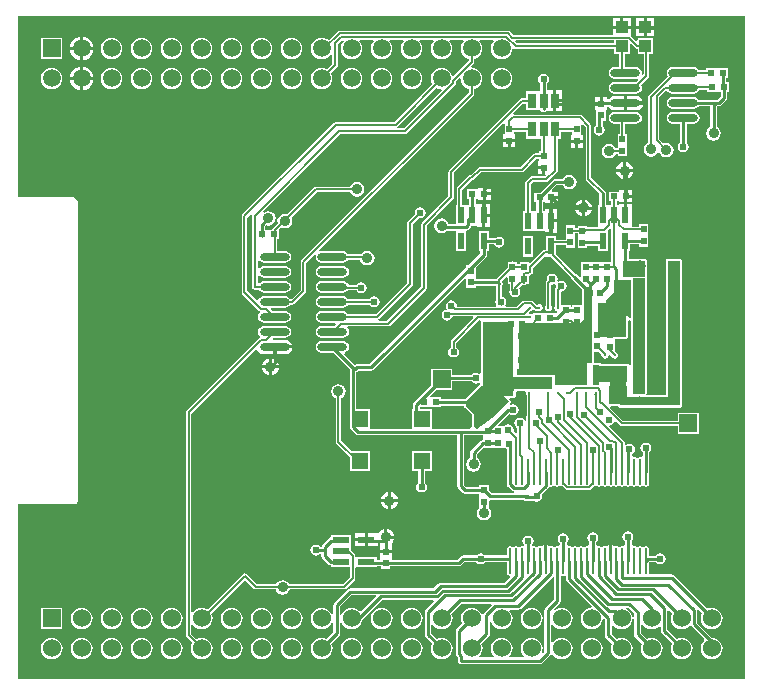
<source format=gtl>
%FSLAX25Y25*%
%MOIN*%
G70*
G01*
G75*
G04 Layer_Physical_Order=1*
G04 Layer_Color=255*
%ADD10R,0.02362X0.01969*%
%ADD11R,0.01969X0.02362*%
%ADD12R,0.03937X0.03937*%
%ADD13R,0.02756X0.05118*%
%ADD14O,0.09843X0.02756*%
%ADD15O,0.00984X0.08709*%
%ADD16R,0.02165X0.05709*%
%ADD17R,0.02165X0.05709*%
%ADD18R,0.05709X0.02165*%
%ADD19R,0.05709X0.02165*%
%ADD20R,0.05500X0.05500*%
%ADD21C,0.00600*%
%ADD22C,0.01000*%
%ADD23R,0.04016X0.47795*%
%ADD24R,0.19930X0.02835*%
%ADD25R,0.05709X0.11535*%
%ADD26R,0.11693X0.05748*%
%ADD27R,0.09685X0.11614*%
%ADD28R,0.10354X0.24724*%
%ADD29R,0.03976X0.38622*%
%ADD30R,0.07756X0.05591*%
%ADD31R,0.02795X0.25433*%
%ADD32R,0.11102X0.04685*%
%ADD33R,0.22165X0.17244*%
%ADD34R,0.18858X0.15748*%
%ADD35R,0.03150X0.09449*%
%ADD36R,0.06299X0.06299*%
%ADD37R,0.04331X0.03937*%
%ADD38R,0.14756X0.04150*%
%ADD39C,0.04000*%
%ADD40C,0.05906*%
%ADD41R,0.05906X0.05906*%
%ADD42R,0.06000X0.06000*%
%ADD43C,0.06000*%
%ADD44C,0.02400*%
%ADD45C,0.01181*%
%ADD46C,0.03600*%
G36*
X243047Y988D02*
X847D01*
Y59346D01*
X19617D01*
X19969Y59416D01*
X20266Y59615D01*
X20372Y59721D01*
X20571Y60018D01*
X20583Y60077D01*
X20641Y60370D01*
Y160284D01*
X20571Y160635D01*
X20372Y160933D01*
X19835Y161470D01*
X19537Y161669D01*
X19186Y161739D01*
X953D01*
Y222042D01*
X243047D01*
Y988D01*
D02*
G37*
%LPC*%
G36*
X92159Y111358D02*
X86790D01*
Y109433D01*
X89833D01*
X90761Y109618D01*
X91548Y110144D01*
X92074Y110930D01*
X92159Y111358D01*
D02*
G37*
G36*
X89833Y118875D02*
X82747D01*
X81975Y118721D01*
X81321Y118284D01*
X80884Y117630D01*
X80730Y116858D01*
X80884Y116086D01*
X81321Y115432D01*
X81340Y115419D01*
X81340Y114909D01*
X81155Y114785D01*
X56989Y90619D01*
X56790Y90321D01*
X56720Y89970D01*
Y15660D01*
X56790Y15308D01*
X56989Y15011D01*
X58869Y13130D01*
X58856Y13113D01*
X58493Y12237D01*
X58369Y11297D01*
X58493Y10357D01*
X58856Y9481D01*
X59433Y8729D01*
X60185Y8152D01*
X61061Y7790D01*
X62001Y7666D01*
X62940Y7790D01*
X63816Y8152D01*
X64568Y8729D01*
X65145Y9481D01*
X65508Y10357D01*
X65632Y11297D01*
X65508Y12237D01*
X65145Y13113D01*
X64568Y13864D01*
X63816Y14442D01*
X62940Y14804D01*
X62001Y14928D01*
X61061Y14804D01*
X60185Y14442D01*
X60167Y14428D01*
X58555Y16040D01*
Y19080D01*
X59038Y19244D01*
X59433Y18729D01*
X60185Y18152D01*
X61061Y17790D01*
X62001Y17666D01*
X62940Y17790D01*
X63816Y18152D01*
X64568Y18729D01*
X65145Y19481D01*
X65508Y20357D01*
X65632Y21297D01*
X65508Y22237D01*
X65246Y22868D01*
X76525Y34146D01*
X79399Y31272D01*
X79696Y31073D01*
X79755Y31062D01*
X80047Y31003D01*
X86698D01*
X86755Y30717D01*
X87286Y29923D01*
X88079Y29393D01*
X89016Y29206D01*
X89952Y29393D01*
X90746Y29923D01*
X91277Y30717D01*
X91334Y31003D01*
X109358D01*
X109709Y31073D01*
X110007Y31272D01*
X112989Y34255D01*
X113188Y34552D01*
X113258Y34904D01*
Y38203D01*
X113436Y38381D01*
X113619Y38381D01*
X113619Y38381D01*
Y38381D01*
X120345D01*
Y38666D01*
X121783D01*
Y37873D01*
X124951D01*
Y38666D01*
X147707D01*
X147707Y38666D01*
X148137Y38751D01*
X148501Y38994D01*
X149600Y40093D01*
X153542D01*
X153693Y39867D01*
X154289Y39470D01*
X154991Y39330D01*
X155693Y39470D01*
X156289Y39867D01*
X156440Y40093D01*
X163720D01*
Y36697D01*
X163805Y36270D01*
X164046Y35909D01*
X164407Y35668D01*
X164707Y35608D01*
X164855Y35120D01*
X163019Y33284D01*
X141637D01*
X141208Y33198D01*
X140844Y32955D01*
X140844Y32955D01*
X139257Y31369D01*
X111428D01*
X111428Y31369D01*
X110999Y31283D01*
X110635Y31040D01*
X110635Y31040D01*
X106207Y26612D01*
X105964Y26248D01*
X105878Y25819D01*
X105878Y25819D01*
Y22649D01*
X105378Y22549D01*
X105145Y23112D01*
X104568Y23865D01*
X103816Y24442D01*
X102940Y24804D01*
X102000Y24928D01*
X101061Y24804D01*
X100185Y24442D01*
X99433Y23865D01*
X98856Y23112D01*
X98493Y22237D01*
X98369Y21297D01*
X98493Y20357D01*
X98856Y19481D01*
X99433Y18729D01*
X100185Y18152D01*
X101061Y17790D01*
X102000Y17666D01*
X102940Y17790D01*
X103816Y18152D01*
X104568Y18729D01*
X105145Y19481D01*
X105378Y20044D01*
X105878Y19945D01*
Y16761D01*
X103634Y14517D01*
X102940Y14804D01*
X102000Y14928D01*
X101061Y14804D01*
X100185Y14442D01*
X99433Y13864D01*
X98856Y13113D01*
X98493Y12237D01*
X98369Y11297D01*
X98493Y10357D01*
X98856Y9481D01*
X99433Y8729D01*
X100185Y8152D01*
X101061Y7790D01*
X102000Y7666D01*
X102940Y7790D01*
X103816Y8152D01*
X104568Y8729D01*
X105145Y9481D01*
X105508Y10357D01*
X105631Y11297D01*
X105508Y12237D01*
X105220Y12931D01*
X107793Y15503D01*
X107793Y15504D01*
X108036Y15867D01*
X108122Y16296D01*
X108122Y16297D01*
Y19947D01*
X108622Y20047D01*
X108856Y19481D01*
X109433Y18729D01*
X110185Y18152D01*
X111061Y17790D01*
X112001Y17666D01*
X112940Y17790D01*
X113816Y18152D01*
X114568Y18729D01*
X115145Y19481D01*
X115508Y20357D01*
X115577Y20880D01*
X122222Y27526D01*
X139273D01*
X139468Y27055D01*
X136707Y24293D01*
X136464Y23929D01*
X136378Y23500D01*
X136378Y23500D01*
Y15798D01*
X136378Y15797D01*
X136464Y15368D01*
X136707Y15004D01*
X138781Y12931D01*
X138493Y12237D01*
X138369Y11297D01*
X138493Y10357D01*
X138856Y9481D01*
X139433Y8729D01*
X140185Y8152D01*
X141061Y7790D01*
X142000Y7666D01*
X142940Y7790D01*
X143816Y8152D01*
X144568Y8729D01*
X145145Y9481D01*
X145508Y10357D01*
X145632Y11297D01*
X145508Y12237D01*
X145145Y13113D01*
X144568Y13864D01*
X143816Y14442D01*
X142940Y14804D01*
X142000Y14928D01*
X141061Y14804D01*
X140367Y14517D01*
X138622Y16262D01*
Y18993D01*
X139104Y19157D01*
X139433Y18729D01*
X140185Y18152D01*
X141061Y17790D01*
X142000Y17666D01*
X142940Y17790D01*
X143816Y18152D01*
X144568Y18729D01*
X145145Y19481D01*
X145508Y20357D01*
X145632Y21297D01*
X145508Y22237D01*
X145268Y22816D01*
X148693Y26241D01*
X158476D01*
X158672Y25769D01*
X156136Y23234D01*
X155893Y22870D01*
X155854Y22676D01*
X155347Y22626D01*
X155145Y23112D01*
X154568Y23865D01*
X153816Y24442D01*
X152940Y24804D01*
X152000Y24928D01*
X151061Y24804D01*
X150185Y24442D01*
X149433Y23865D01*
X148856Y23112D01*
X148493Y22237D01*
X148369Y21297D01*
X148493Y20357D01*
X148781Y19663D01*
X147107Y17990D01*
X146864Y17626D01*
X146779Y17197D01*
X146779Y17197D01*
Y9599D01*
X146779Y9599D01*
X146864Y9170D01*
X147107Y8806D01*
X147493Y8420D01*
Y7197D01*
X147578Y6768D01*
X147821Y6404D01*
X148185Y6161D01*
X148614Y6075D01*
X174797D01*
X174797Y6075D01*
X175226Y6161D01*
X175590Y6404D01*
X178193Y9007D01*
X178428Y9358D01*
X178489Y9360D01*
X179032Y9252D01*
X179433Y8729D01*
X180185Y8152D01*
X181061Y7790D01*
X182001Y7666D01*
X182940Y7790D01*
X183816Y8152D01*
X184568Y8729D01*
X185145Y9481D01*
X185508Y10357D01*
X185632Y11297D01*
X185508Y12237D01*
X185145Y13113D01*
X184568Y13864D01*
X183816Y14442D01*
X182940Y14804D01*
X182001Y14928D01*
X181061Y14804D01*
X180185Y14442D01*
X179433Y13864D01*
X179005Y13306D01*
X178522Y13470D01*
Y19124D01*
X179005Y19288D01*
X179433Y18729D01*
X180185Y18152D01*
X181061Y17790D01*
X182001Y17666D01*
X182940Y17790D01*
X183816Y18152D01*
X184568Y18729D01*
X185145Y19481D01*
X185508Y20357D01*
X185632Y21297D01*
X185508Y22237D01*
X185145Y23112D01*
X184568Y23865D01*
X183816Y24442D01*
X182940Y24804D01*
X182001Y24928D01*
X181061Y24804D01*
X180185Y24442D01*
X179676Y24051D01*
X179340Y24434D01*
X181375Y26469D01*
X181375Y26469D01*
X181618Y26833D01*
X181703Y27262D01*
X181703Y27262D01*
Y35038D01*
X182124Y35668D01*
X182550Y35583D01*
X182976Y35668D01*
X183397Y35038D01*
Y34577D01*
X183397Y34577D01*
X183482Y34148D01*
X183726Y33784D01*
X192106Y25403D01*
X191942Y24920D01*
X191061Y24804D01*
X190185Y24442D01*
X189433Y23865D01*
X188856Y23112D01*
X188493Y22237D01*
X188369Y21297D01*
X188493Y20357D01*
X188856Y19481D01*
X189433Y18729D01*
X190185Y18152D01*
X191061Y17790D01*
X192000Y17666D01*
X192940Y17790D01*
X193816Y18152D01*
X194568Y18729D01*
X195145Y19481D01*
X195508Y20357D01*
X195624Y21239D01*
X196107Y21403D01*
X196477Y21033D01*
Y15699D01*
X196477Y15699D01*
X196562Y15270D01*
X196805Y14906D01*
X198781Y12931D01*
X198493Y12237D01*
X198369Y11297D01*
X198493Y10357D01*
X198856Y9481D01*
X199433Y8729D01*
X200185Y8152D01*
X201061Y7790D01*
X202000Y7666D01*
X202940Y7790D01*
X203816Y8152D01*
X204568Y8729D01*
X205145Y9481D01*
X205508Y10357D01*
X205631Y11297D01*
X205508Y12237D01*
X205145Y13113D01*
X204568Y13864D01*
X203816Y14442D01*
X202940Y14804D01*
X202000Y14928D01*
X201061Y14804D01*
X200367Y14517D01*
X198720Y16164D01*
Y18865D01*
X199203Y19029D01*
X199433Y18729D01*
X200185Y18152D01*
X201061Y17790D01*
X202000Y17666D01*
X202940Y17790D01*
X203816Y18152D01*
X204568Y18729D01*
X205145Y19481D01*
X205508Y20357D01*
X205631Y21297D01*
X205508Y22237D01*
X205145Y23112D01*
X204568Y23865D01*
X203816Y24442D01*
X203532Y24559D01*
X203631Y25060D01*
X204144D01*
X206201Y23002D01*
Y15975D01*
X206201Y15975D01*
X206287Y15545D01*
X206530Y15181D01*
X208781Y12931D01*
X208493Y12237D01*
X208369Y11297D01*
X208493Y10357D01*
X208856Y9481D01*
X209433Y8729D01*
X210185Y8152D01*
X211061Y7790D01*
X212000Y7666D01*
X212940Y7790D01*
X213816Y8152D01*
X214568Y8729D01*
X215145Y9481D01*
X215508Y10357D01*
X215632Y11297D01*
X215508Y12237D01*
X215145Y13113D01*
X214568Y13864D01*
X213816Y14442D01*
X212940Y14804D01*
X212000Y14928D01*
X211061Y14804D01*
X210367Y14517D01*
X208444Y16439D01*
Y19224D01*
X208927Y19388D01*
X209433Y18729D01*
X210185Y18152D01*
X211061Y17790D01*
X212000Y17666D01*
X212940Y17790D01*
X213816Y18152D01*
X214522Y18694D01*
X214979Y18468D01*
Y17197D01*
X214979Y17197D01*
X215064Y16768D01*
X215307Y16404D01*
X218781Y12931D01*
X218493Y12237D01*
X218369Y11297D01*
X218493Y10357D01*
X218856Y9481D01*
X219433Y8729D01*
X220185Y8152D01*
X221061Y7790D01*
X222001Y7666D01*
X222940Y7790D01*
X223816Y8152D01*
X224568Y8729D01*
X225145Y9481D01*
X225508Y10357D01*
X225631Y11297D01*
X225508Y12237D01*
X225145Y13113D01*
X224568Y13864D01*
X223816Y14442D01*
X222940Y14804D01*
X222001Y14928D01*
X221061Y14804D01*
X220367Y14517D01*
X217222Y17661D01*
Y23823D01*
X217693Y24018D01*
X218781Y22931D01*
X218493Y22237D01*
X218369Y21297D01*
X218493Y20357D01*
X218856Y19481D01*
X219433Y18729D01*
X220185Y18152D01*
X221061Y17790D01*
X222001Y17666D01*
X222940Y17790D01*
X223816Y18152D01*
X224568Y18729D01*
X224674Y18868D01*
X225184Y18851D01*
X225307Y18667D01*
X229542Y14432D01*
X229509Y13923D01*
X229433Y13864D01*
X228856Y13113D01*
X228493Y12237D01*
X228369Y11297D01*
X228493Y10357D01*
X228856Y9481D01*
X229433Y8729D01*
X230185Y8152D01*
X231061Y7790D01*
X232000Y7666D01*
X232940Y7790D01*
X233816Y8152D01*
X234568Y8729D01*
X235145Y9481D01*
X235508Y10357D01*
X235631Y11297D01*
X235508Y12237D01*
X235145Y13113D01*
X234568Y13864D01*
X233816Y14442D01*
X232940Y14804D01*
X232251Y14895D01*
X227222Y19924D01*
Y24008D01*
X227266Y24026D01*
X227770Y24127D01*
X228835Y23062D01*
X228493Y22237D01*
X228369Y21297D01*
X228493Y20357D01*
X228856Y19481D01*
X229433Y18729D01*
X230185Y18152D01*
X231061Y17790D01*
X232000Y17666D01*
X232940Y17790D01*
X233816Y18152D01*
X234568Y18729D01*
X235145Y19481D01*
X235508Y20357D01*
X235631Y21297D01*
X235508Y22237D01*
X235145Y23112D01*
X234568Y23865D01*
X233816Y24442D01*
X232940Y24804D01*
X232000Y24928D01*
X231061Y24804D01*
X230498Y24571D01*
X219424Y35645D01*
X219060Y35888D01*
X218631Y35973D01*
X218631Y35973D01*
X211481D01*
X211157Y36367D01*
X211223Y36697D01*
Y40044D01*
X213418D01*
X213536Y39867D01*
X214131Y39470D01*
X214833Y39330D01*
X215536Y39470D01*
X216131Y39867D01*
X216529Y40463D01*
X216669Y41165D01*
X216529Y41868D01*
X216131Y42463D01*
X215536Y42861D01*
X214833Y43000D01*
X214131Y42861D01*
X213536Y42463D01*
X213418Y42287D01*
X211223D01*
Y44421D01*
X211138Y44847D01*
X210896Y45208D01*
X210535Y45450D01*
X210109Y45535D01*
X209683Y45450D01*
X209322Y45208D01*
X208928D01*
X208567Y45450D01*
X208141Y45535D01*
X207715Y45450D01*
X207353Y45208D01*
X206960D01*
X206598Y45450D01*
X206172Y45535D01*
X205746Y45450D01*
X205325Y46080D01*
Y47240D01*
X205392Y47285D01*
X205790Y47880D01*
X205930Y48583D01*
X205790Y49285D01*
X205392Y49880D01*
X204797Y50278D01*
X204095Y50418D01*
X203392Y50278D01*
X202797Y49880D01*
X202399Y49285D01*
X202259Y48583D01*
X202399Y47880D01*
X202797Y47285D01*
X203082Y47094D01*
Y46080D01*
X202661Y45450D01*
X202235Y45535D01*
X201809Y45450D01*
X201448Y45208D01*
X201054D01*
X200693Y45450D01*
X200267Y45535D01*
X199840Y45450D01*
X199788Y45415D01*
X199374Y45497D01*
X199374Y45497D01*
Y45497D01*
X198880Y45827D01*
X198798Y45843D01*
Y40559D01*
X197798D01*
Y45843D01*
X197716Y45827D01*
X197222Y45497D01*
X197222D01*
Y45497D01*
X196809Y45415D01*
X196756Y45450D01*
X196330Y45535D01*
X195903Y45450D01*
X195542Y45208D01*
X195149D01*
X194787Y45450D01*
X194361Y45535D01*
X193935Y45450D01*
X193514Y46080D01*
Y46822D01*
X193690Y46940D01*
X194088Y47535D01*
X194228Y48237D01*
X194088Y48940D01*
X193690Y49535D01*
X193095Y49933D01*
X192393Y50073D01*
X191690Y49933D01*
X191095Y49535D01*
X190697Y48940D01*
X190557Y48237D01*
X190697Y47535D01*
X191095Y46940D01*
X191271Y46822D01*
Y46080D01*
X190850Y45450D01*
X190424Y45535D01*
X189998Y45450D01*
X189637Y45208D01*
X189243D01*
X188882Y45450D01*
X188456Y45535D01*
X188029Y45450D01*
X187668Y45208D01*
X187274D01*
X186913Y45450D01*
X186487Y45535D01*
X186061Y45450D01*
X185700Y45208D01*
X185306D01*
X184945Y45450D01*
X184519Y45535D01*
X184092Y45450D01*
X183672Y46080D01*
Y46489D01*
X183848Y46607D01*
X184246Y47202D01*
X184385Y47904D01*
X184246Y48607D01*
X183848Y49202D01*
X183252Y49600D01*
X182550Y49740D01*
X181848Y49600D01*
X181252Y49202D01*
X180854Y48607D01*
X180715Y47904D01*
X180854Y47202D01*
X181252Y46607D01*
X181429Y46489D01*
Y46080D01*
X181008Y45450D01*
X180581Y45535D01*
X180155Y45450D01*
X179794Y45208D01*
X179400D01*
X179039Y45450D01*
X178613Y45535D01*
X178187Y45450D01*
X178134Y45415D01*
X177720Y45497D01*
X177720Y45497D01*
Y45497D01*
X177227Y45827D01*
X177145Y45843D01*
Y40559D01*
X176145D01*
Y45843D01*
X176062Y45827D01*
X175569Y45497D01*
X175569D01*
Y45497D01*
X175155Y45415D01*
X175102Y45450D01*
X174676Y45535D01*
X174250Y45450D01*
X173889Y45208D01*
X173495D01*
X173134Y45450D01*
X172707Y45535D01*
X172447Y45483D01*
X172164Y45907D01*
X172483Y46384D01*
X172623Y47087D01*
X172483Y47789D01*
X172085Y48384D01*
X171490Y48782D01*
X170787Y48922D01*
X170085Y48782D01*
X169490Y48384D01*
X169092Y47789D01*
X168952Y47087D01*
X169092Y46384D01*
X169426Y45885D01*
X169142Y45461D01*
X168771Y45535D01*
X168344Y45450D01*
X167983Y45208D01*
X167589D01*
X167228Y45450D01*
X166802Y45535D01*
X166376Y45450D01*
X166015Y45208D01*
X165621D01*
X165260Y45450D01*
X164833Y45535D01*
X164407Y45450D01*
X164046Y45208D01*
X163805Y44847D01*
X163720Y44421D01*
Y42336D01*
X156373D01*
X156289Y42463D01*
X155693Y42861D01*
X154991Y43000D01*
X154289Y42861D01*
X153693Y42463D01*
X153609Y42336D01*
X149135D01*
X148706Y42251D01*
X148342Y42008D01*
X148342Y42008D01*
X147243Y40909D01*
X125351D01*
Y41410D01*
X125351D01*
Y43091D01*
X121383D01*
Y41410D01*
X121383D01*
Y41269D01*
X121022Y40909D01*
X120345D01*
Y41746D01*
X113619D01*
X113619Y41746D01*
Y41746D01*
X113436Y41746D01*
X113258Y41925D01*
Y42144D01*
X113188Y42495D01*
X112989Y42792D01*
X111881Y43901D01*
Y45486D01*
X111881D01*
X111881Y45861D01*
X111881Y45861D01*
Y45861D01*
Y49227D01*
X104972D01*
Y48342D01*
X104778Y48304D01*
X104414Y48061D01*
X104414Y48061D01*
X102257Y45904D01*
X102014Y45540D01*
X101950Y45216D01*
X101455D01*
X101337Y45392D01*
X100742Y45790D01*
X100039Y45930D01*
X99337Y45790D01*
X98742Y45392D01*
X98344Y44797D01*
X98204Y44094D01*
X98344Y43392D01*
X98742Y42797D01*
X99337Y42399D01*
X100039Y42259D01*
X100742Y42399D01*
X101337Y42797D01*
X101441Y42952D01*
X101929Y42804D01*
Y42214D01*
X101929Y42214D01*
X102014Y41785D01*
X102257Y41421D01*
X104408Y39271D01*
X104408Y39271D01*
X104772Y39028D01*
X104972Y38988D01*
Y38381D01*
X111423D01*
Y35284D01*
X108978Y32839D01*
X91110D01*
X90746Y33384D01*
X89952Y33914D01*
X89016Y34101D01*
X88079Y33914D01*
X87286Y33384D01*
X86921Y32839D01*
X80427D01*
X77173Y36093D01*
X76876Y36292D01*
X76525Y36362D01*
X76232Y36303D01*
X76173Y36292D01*
X75876Y36093D01*
X64047Y24264D01*
X63816Y24442D01*
X62940Y24804D01*
X62001Y24928D01*
X61061Y24804D01*
X60185Y24442D01*
X59433Y23865D01*
X59038Y23350D01*
X58555Y23514D01*
Y89590D01*
X80038Y111073D01*
X80507Y110930D01*
X81033Y110144D01*
X81819Y109618D01*
X82747Y109433D01*
X85790D01*
Y111858D01*
X86290D01*
Y112358D01*
X92159D01*
X92074Y112786D01*
X91548Y113572D01*
X90761Y114098D01*
X89833Y114283D01*
X85679D01*
X85623Y114417D01*
X85906Y114841D01*
X89833D01*
X90605Y114995D01*
X91259Y115432D01*
X91697Y116086D01*
X91850Y116858D01*
X91697Y117630D01*
X91259Y118284D01*
X90605Y118721D01*
X89833Y118875D01*
D02*
G37*
G36*
X85412Y107963D02*
Y105704D01*
X87671D01*
X87640Y105935D01*
X87358Y106616D01*
X86909Y107201D01*
X86324Y107650D01*
X85643Y107932D01*
X85412Y107963D01*
D02*
G37*
G36*
X109125Y138875D02*
X102038D01*
X101267Y138721D01*
X100612Y138284D01*
X100175Y137630D01*
X100022Y136858D01*
X100175Y136086D01*
X100612Y135432D01*
X101267Y134995D01*
X102038Y134841D01*
X109125D01*
X109897Y134995D01*
X110551Y135432D01*
X110988Y136086D01*
X111142Y136858D01*
X110988Y137630D01*
X110551Y138284D01*
X109897Y138721D01*
X109125Y138875D01*
D02*
G37*
G36*
Y133875D02*
X102038D01*
X101267Y133721D01*
X100612Y133284D01*
X100175Y132630D01*
X100022Y131858D01*
X100175Y131086D01*
X100612Y130432D01*
X101267Y129995D01*
X102038Y129841D01*
X109125D01*
X109897Y129995D01*
X110551Y130432D01*
X110706Y130665D01*
X113675D01*
X113929Y130285D01*
X114525Y129887D01*
X115227Y129747D01*
X115929Y129887D01*
X116525Y130285D01*
X116923Y130880D01*
X117062Y131582D01*
X116923Y132285D01*
X116525Y132880D01*
X115929Y133278D01*
X115227Y133418D01*
X114525Y133278D01*
X113929Y132880D01*
X113675Y132500D01*
X111014D01*
X110988Y132630D01*
X110551Y133284D01*
X109897Y133721D01*
X109125Y133875D01*
D02*
G37*
G36*
Y128875D02*
X102038D01*
X101267Y128721D01*
X100612Y128284D01*
X100175Y127630D01*
X100022Y126858D01*
X100175Y126086D01*
X100612Y125432D01*
X101267Y124995D01*
X102038Y124841D01*
X109125D01*
X109897Y124995D01*
X110551Y125432D01*
X110891Y125940D01*
X118006D01*
X118260Y125560D01*
X118856Y125162D01*
X119558Y125023D01*
X120260Y125162D01*
X120856Y125560D01*
X121254Y126156D01*
X121393Y126858D01*
X121254Y127560D01*
X120856Y128156D01*
X120260Y128553D01*
X119558Y128693D01*
X118856Y128553D01*
X118260Y128156D01*
X118006Y127776D01*
X110891D01*
X110551Y128284D01*
X109897Y128721D01*
X109125Y128875D01*
D02*
G37*
G36*
X84412Y107963D02*
X84181Y107932D01*
X83500Y107650D01*
X82915Y107201D01*
X82467Y106616D01*
X82184Y105935D01*
X82154Y105704D01*
X84412D01*
Y107963D01*
D02*
G37*
G36*
X138737Y77040D02*
X132037D01*
Y70340D01*
X134193D01*
Y66612D01*
X134017Y66495D01*
X133619Y65899D01*
X133480Y65197D01*
X133619Y64495D01*
X134017Y63899D01*
X134613Y63501D01*
X135315Y63362D01*
X136017Y63501D01*
X136613Y63899D01*
X137011Y64495D01*
X137150Y65197D01*
X137011Y65899D01*
X136613Y66495D01*
X136436Y66612D01*
Y70340D01*
X138737D01*
Y77040D01*
D02*
G37*
G36*
X125063Y63341D02*
Y61083D01*
X127321D01*
X127291Y61314D01*
X127008Y61995D01*
X126560Y62580D01*
X125975Y63029D01*
X125294Y63311D01*
X125063Y63341D01*
D02*
G37*
G36*
X124063D02*
X123832Y63311D01*
X123151Y63029D01*
X122566Y62580D01*
X122117Y61995D01*
X121835Y61314D01*
X121804Y61083D01*
X124063D01*
Y63341D01*
D02*
G37*
G36*
X87671Y104704D02*
X85412D01*
Y102446D01*
X85643Y102477D01*
X86324Y102759D01*
X86909Y103208D01*
X87358Y103792D01*
X87640Y104473D01*
X87671Y104704D01*
D02*
G37*
G36*
X84412D02*
X82154D01*
X82184Y104473D01*
X82467Y103792D01*
X82915Y103208D01*
X83500Y102759D01*
X84181Y102477D01*
X84412Y102446D01*
Y104704D01*
D02*
G37*
G36*
X107609Y99450D02*
X106673Y99264D01*
X105879Y98734D01*
X105348Y97940D01*
X105162Y97004D01*
X105348Y96067D01*
X105879Y95273D01*
X106673Y94743D01*
X106691Y94739D01*
Y80101D01*
X106761Y79749D01*
X106960Y79452D01*
X111537Y74875D01*
Y70340D01*
X118237D01*
Y77040D01*
X111967D01*
X108527Y80481D01*
Y94739D01*
X108545Y94743D01*
X109339Y95273D01*
X109870Y96067D01*
X110056Y97004D01*
X109870Y97940D01*
X109339Y98734D01*
X108545Y99264D01*
X107609Y99450D01*
D02*
G37*
G36*
X172619Y148789D02*
X169253D01*
Y141880D01*
X172619D01*
Y148789D01*
D02*
G37*
G36*
X205597Y161531D02*
X203916D01*
Y160047D01*
X205597D01*
Y161531D01*
D02*
G37*
G36*
X180794Y161138D02*
X179113D01*
Y159653D01*
X180794D01*
Y161138D01*
D02*
G37*
G36*
X189743Y160853D02*
Y158594D01*
X192001D01*
X191971Y158825D01*
X191689Y159506D01*
X191240Y160091D01*
X190655Y160540D01*
X189974Y160822D01*
X189743Y160853D01*
D02*
G37*
G36*
X158353Y164803D02*
X156672D01*
Y163319D01*
X158353D01*
Y164803D01*
D02*
G37*
G36*
X205597Y164015D02*
X203916D01*
Y162531D01*
X205597D01*
Y164015D01*
D02*
G37*
G36*
X158353Y162319D02*
X156672D01*
Y160834D01*
X158353D01*
Y162319D01*
D02*
G37*
G36*
X188743Y160853D02*
X188512Y160822D01*
X187831Y160540D01*
X187246Y160091D01*
X186797Y159506D01*
X186515Y158825D01*
X186485Y158594D01*
X188743D01*
Y160853D01*
D02*
G37*
G36*
X180499Y157653D02*
X178916D01*
Y154299D01*
X180499D01*
Y157653D01*
D02*
G37*
G36*
X158058Y155134D02*
X156475D01*
Y151779D01*
X158058D01*
Y155134D01*
D02*
G37*
G36*
X180499Y153299D02*
X178916D01*
Y149945D01*
X180499D01*
Y153299D01*
D02*
G37*
G36*
X158058Y159488D02*
X156475D01*
Y156134D01*
X158058D01*
Y159488D01*
D02*
G37*
G36*
X192001Y157594D02*
X189743D01*
Y155336D01*
X189974Y155366D01*
X190655Y155649D01*
X191240Y156097D01*
X191689Y156682D01*
X191971Y157363D01*
X192001Y157594D01*
D02*
G37*
G36*
X188743D02*
X186485D01*
X186515Y157363D01*
X186797Y156682D01*
X187246Y156097D01*
X187831Y155649D01*
X188512Y155366D01*
X188743Y155336D01*
Y157594D01*
D02*
G37*
G36*
X127321Y60083D02*
X125063D01*
Y57824D01*
X125294Y57855D01*
X125975Y58137D01*
X126560Y58586D01*
X127008Y59171D01*
X127291Y59852D01*
X127321Y60083D01*
D02*
G37*
G36*
X122001Y14928D02*
X121061Y14804D01*
X120185Y14442D01*
X119433Y13864D01*
X118856Y13113D01*
X118493Y12237D01*
X118369Y11297D01*
X118493Y10357D01*
X118856Y9481D01*
X119433Y8729D01*
X120185Y8152D01*
X121061Y7790D01*
X122001Y7666D01*
X122940Y7790D01*
X123816Y8152D01*
X124568Y8729D01*
X125145Y9481D01*
X125508Y10357D01*
X125631Y11297D01*
X125508Y12237D01*
X125145Y13113D01*
X124568Y13864D01*
X123816Y14442D01*
X122940Y14804D01*
X122001Y14928D01*
D02*
G37*
G36*
X112001D02*
X111061Y14804D01*
X110185Y14442D01*
X109433Y13864D01*
X108856Y13113D01*
X108493Y12237D01*
X108369Y11297D01*
X108493Y10357D01*
X108856Y9481D01*
X109433Y8729D01*
X110185Y8152D01*
X111061Y7790D01*
X112001Y7666D01*
X112940Y7790D01*
X113816Y8152D01*
X114568Y8729D01*
X115145Y9481D01*
X115508Y10357D01*
X115631Y11297D01*
X115508Y12237D01*
X115145Y13113D01*
X114568Y13864D01*
X113816Y14442D01*
X112940Y14804D01*
X112001Y14928D01*
D02*
G37*
G36*
X92001D02*
X91061Y14804D01*
X90185Y14442D01*
X89433Y13864D01*
X88856Y13113D01*
X88493Y12237D01*
X88369Y11297D01*
X88493Y10357D01*
X88856Y9481D01*
X89433Y8729D01*
X90185Y8152D01*
X91061Y7790D01*
X92001Y7666D01*
X92940Y7790D01*
X93816Y8152D01*
X94568Y8729D01*
X95145Y9481D01*
X95508Y10357D01*
X95631Y11297D01*
X95508Y12237D01*
X95145Y13113D01*
X94568Y13864D01*
X93816Y14442D01*
X92940Y14804D01*
X92001Y14928D01*
D02*
G37*
G36*
X22001Y24928D02*
X21061Y24804D01*
X20185Y24442D01*
X19433Y23865D01*
X18856Y23112D01*
X18493Y22237D01*
X18369Y21297D01*
X18493Y20357D01*
X18856Y19481D01*
X19433Y18729D01*
X20185Y18152D01*
X21061Y17790D01*
X22001Y17666D01*
X22940Y17790D01*
X23816Y18152D01*
X24568Y18729D01*
X25145Y19481D01*
X25508Y20357D01*
X25631Y21297D01*
X25508Y22237D01*
X25145Y23112D01*
X24568Y23865D01*
X23816Y24442D01*
X22940Y24804D01*
X22001Y24928D01*
D02*
G37*
G36*
X192000Y14928D02*
X191061Y14804D01*
X190185Y14442D01*
X189433Y13864D01*
X188856Y13113D01*
X188493Y12237D01*
X188369Y11297D01*
X188493Y10357D01*
X188856Y9481D01*
X189433Y8729D01*
X190185Y8152D01*
X191061Y7790D01*
X192000Y7666D01*
X192940Y7790D01*
X193816Y8152D01*
X194568Y8729D01*
X195145Y9481D01*
X195508Y10357D01*
X195632Y11297D01*
X195508Y12237D01*
X195145Y13113D01*
X194568Y13864D01*
X193816Y14442D01*
X192940Y14804D01*
X192000Y14928D01*
D02*
G37*
G36*
X132001D02*
X131061Y14804D01*
X130185Y14442D01*
X129433Y13864D01*
X128856Y13113D01*
X128493Y12237D01*
X128369Y11297D01*
X128493Y10357D01*
X128856Y9481D01*
X129433Y8729D01*
X130185Y8152D01*
X131061Y7790D01*
X132001Y7666D01*
X132940Y7790D01*
X133816Y8152D01*
X134568Y8729D01*
X135145Y9481D01*
X135508Y10357D01*
X135632Y11297D01*
X135508Y12237D01*
X135145Y13113D01*
X134568Y13864D01*
X133816Y14442D01*
X132940Y14804D01*
X132001Y14928D01*
D02*
G37*
G36*
X82000D02*
X81061Y14804D01*
X80185Y14442D01*
X79433Y13864D01*
X78856Y13113D01*
X78493Y12237D01*
X78369Y11297D01*
X78493Y10357D01*
X78856Y9481D01*
X79433Y8729D01*
X80185Y8152D01*
X81061Y7790D01*
X82000Y7666D01*
X82940Y7790D01*
X83816Y8152D01*
X84568Y8729D01*
X85145Y9481D01*
X85508Y10357D01*
X85632Y11297D01*
X85508Y12237D01*
X85145Y13113D01*
X84568Y13864D01*
X83816Y14442D01*
X82940Y14804D01*
X82000Y14928D01*
D02*
G37*
G36*
X32000D02*
X31061Y14804D01*
X30185Y14442D01*
X29433Y13864D01*
X28856Y13113D01*
X28493Y12237D01*
X28369Y11297D01*
X28493Y10357D01*
X28856Y9481D01*
X29433Y8729D01*
X30185Y8152D01*
X31061Y7790D01*
X32000Y7666D01*
X32940Y7790D01*
X33816Y8152D01*
X34568Y8729D01*
X35145Y9481D01*
X35508Y10357D01*
X35631Y11297D01*
X35508Y12237D01*
X35145Y13113D01*
X34568Y13864D01*
X33816Y14442D01*
X32940Y14804D01*
X32000Y14928D01*
D02*
G37*
G36*
X22001D02*
X21061Y14804D01*
X20185Y14442D01*
X19433Y13864D01*
X18856Y13113D01*
X18493Y12237D01*
X18369Y11297D01*
X18493Y10357D01*
X18856Y9481D01*
X19433Y8729D01*
X20185Y8152D01*
X21061Y7790D01*
X22001Y7666D01*
X22940Y7790D01*
X23816Y8152D01*
X24568Y8729D01*
X25145Y9481D01*
X25508Y10357D01*
X25631Y11297D01*
X25508Y12237D01*
X25145Y13113D01*
X24568Y13864D01*
X23816Y14442D01*
X22940Y14804D01*
X22001Y14928D01*
D02*
G37*
G36*
X12000D02*
X11061Y14804D01*
X10185Y14442D01*
X9433Y13864D01*
X8856Y13113D01*
X8493Y12237D01*
X8369Y11297D01*
X8493Y10357D01*
X8856Y9481D01*
X9433Y8729D01*
X10185Y8152D01*
X11061Y7790D01*
X12000Y7666D01*
X12940Y7790D01*
X13816Y8152D01*
X14568Y8729D01*
X15145Y9481D01*
X15508Y10357D01*
X15631Y11297D01*
X15508Y12237D01*
X15145Y13113D01*
X14568Y13864D01*
X13816Y14442D01*
X12940Y14804D01*
X12000Y14928D01*
D02*
G37*
G36*
X72000D02*
X71061Y14804D01*
X70185Y14442D01*
X69433Y13864D01*
X68856Y13113D01*
X68493Y12237D01*
X68369Y11297D01*
X68493Y10357D01*
X68856Y9481D01*
X69433Y8729D01*
X70185Y8152D01*
X71061Y7790D01*
X72000Y7666D01*
X72940Y7790D01*
X73816Y8152D01*
X74568Y8729D01*
X75145Y9481D01*
X75508Y10357D01*
X75631Y11297D01*
X75508Y12237D01*
X75145Y13113D01*
X74568Y13864D01*
X73816Y14442D01*
X72940Y14804D01*
X72000Y14928D01*
D02*
G37*
G36*
X52000D02*
X51061Y14804D01*
X50185Y14442D01*
X49433Y13864D01*
X48856Y13113D01*
X48493Y12237D01*
X48369Y11297D01*
X48493Y10357D01*
X48856Y9481D01*
X49433Y8729D01*
X50185Y8152D01*
X51061Y7790D01*
X52000Y7666D01*
X52940Y7790D01*
X53816Y8152D01*
X54568Y8729D01*
X55145Y9481D01*
X55508Y10357D01*
X55632Y11297D01*
X55508Y12237D01*
X55145Y13113D01*
X54568Y13864D01*
X53816Y14442D01*
X52940Y14804D01*
X52000Y14928D01*
D02*
G37*
G36*
X42000D02*
X41061Y14804D01*
X40185Y14442D01*
X39433Y13864D01*
X38856Y13113D01*
X38493Y12237D01*
X38369Y11297D01*
X38493Y10357D01*
X38856Y9481D01*
X39433Y8729D01*
X40185Y8152D01*
X41061Y7790D01*
X42000Y7666D01*
X42940Y7790D01*
X43816Y8152D01*
X44568Y8729D01*
X45145Y9481D01*
X45508Y10357D01*
X45632Y11297D01*
X45508Y12237D01*
X45145Y13113D01*
X44568Y13864D01*
X43816Y14442D01*
X42940Y14804D01*
X42000Y14928D01*
D02*
G37*
G36*
X32000Y24928D02*
X31061Y24804D01*
X30185Y24442D01*
X29433Y23865D01*
X28856Y23112D01*
X28493Y22237D01*
X28369Y21297D01*
X28493Y20357D01*
X28856Y19481D01*
X29433Y18729D01*
X30185Y18152D01*
X31061Y17790D01*
X32000Y17666D01*
X32940Y17790D01*
X33816Y18152D01*
X34568Y18729D01*
X35145Y19481D01*
X35508Y20357D01*
X35631Y21297D01*
X35508Y22237D01*
X35145Y23112D01*
X34568Y23865D01*
X33816Y24442D01*
X32940Y24804D01*
X32000Y24928D01*
D02*
G37*
G36*
X116391Y49627D02*
X113036D01*
Y48044D01*
X116391D01*
Y49627D01*
D02*
G37*
G36*
Y47044D02*
X113036D01*
Y45461D01*
X116391D01*
Y47044D01*
D02*
G37*
G36*
X15600Y24897D02*
X8400D01*
Y17697D01*
X15600D01*
Y24897D01*
D02*
G37*
G36*
X124063Y60083D02*
X121804D01*
X121835Y59852D01*
X122117Y59171D01*
X122566Y58586D01*
X123151Y58137D01*
X123832Y57855D01*
X124063Y57824D01*
Y60083D01*
D02*
G37*
G36*
X122889Y51122D02*
X122658Y51092D01*
X121976Y50810D01*
X121392Y50361D01*
X120943Y49776D01*
X120871Y49602D01*
X120745Y49627D01*
Y49627D01*
X120745Y49627D01*
X117391D01*
Y47544D01*
Y45461D01*
X120745D01*
Y46416D01*
X121228Y46580D01*
X121392Y46367D01*
X121509Y46277D01*
X121405Y45777D01*
X121383Y45772D01*
X121383D01*
Y44091D01*
X125351D01*
Y45772D01*
X125351D01*
X125351Y46341D01*
X125386Y46367D01*
X125834Y46952D01*
X126117Y47633D01*
X126147Y47864D01*
X123389D01*
Y48364D01*
X122889D01*
Y51122D01*
D02*
G37*
G36*
X123889D02*
Y48864D01*
X126147D01*
X126117Y49095D01*
X125834Y49776D01*
X125386Y50361D01*
X124801Y50810D01*
X124120Y51092D01*
X123889Y51122D01*
D02*
G37*
G36*
X132001Y24928D02*
X131061Y24804D01*
X130185Y24442D01*
X129433Y23865D01*
X128856Y23112D01*
X128493Y22237D01*
X128369Y21297D01*
X128493Y20357D01*
X128856Y19481D01*
X129433Y18729D01*
X130185Y18152D01*
X131061Y17790D01*
X132001Y17666D01*
X132940Y17790D01*
X133816Y18152D01*
X134568Y18729D01*
X135145Y19481D01*
X135508Y20357D01*
X135632Y21297D01*
X135508Y22237D01*
X135145Y23112D01*
X134568Y23865D01*
X133816Y24442D01*
X132940Y24804D01*
X132001Y24928D01*
D02*
G37*
G36*
X72000D02*
X71061Y24804D01*
X70185Y24442D01*
X69433Y23865D01*
X68856Y23112D01*
X68493Y22237D01*
X68369Y21297D01*
X68493Y20357D01*
X68856Y19481D01*
X69433Y18729D01*
X70185Y18152D01*
X71061Y17790D01*
X72000Y17666D01*
X72940Y17790D01*
X73816Y18152D01*
X74568Y18729D01*
X75145Y19481D01*
X75508Y20357D01*
X75631Y21297D01*
X75508Y22237D01*
X75145Y23112D01*
X74568Y23865D01*
X73816Y24442D01*
X72940Y24804D01*
X72000Y24928D01*
D02*
G37*
G36*
X52000D02*
X51061Y24804D01*
X50185Y24442D01*
X49433Y23865D01*
X48856Y23112D01*
X48493Y22237D01*
X48369Y21297D01*
X48493Y20357D01*
X48856Y19481D01*
X49433Y18729D01*
X50185Y18152D01*
X51061Y17790D01*
X52000Y17666D01*
X52940Y17790D01*
X53816Y18152D01*
X54568Y18729D01*
X55145Y19481D01*
X55508Y20357D01*
X55632Y21297D01*
X55508Y22237D01*
X55145Y23112D01*
X54568Y23865D01*
X53816Y24442D01*
X52940Y24804D01*
X52000Y24928D01*
D02*
G37*
G36*
X42000D02*
X41061Y24804D01*
X40185Y24442D01*
X39433Y23865D01*
X38856Y23112D01*
X38493Y22237D01*
X38369Y21297D01*
X38493Y20357D01*
X38856Y19481D01*
X39433Y18729D01*
X40185Y18152D01*
X41061Y17790D01*
X42000Y17666D01*
X42940Y17790D01*
X43816Y18152D01*
X44568Y18729D01*
X45145Y19481D01*
X45508Y20357D01*
X45632Y21297D01*
X45508Y22237D01*
X45145Y23112D01*
X44568Y23865D01*
X43816Y24442D01*
X42940Y24804D01*
X42000Y24928D01*
D02*
G37*
G36*
X122001D02*
X121061Y24804D01*
X120185Y24442D01*
X119433Y23865D01*
X118856Y23112D01*
X118493Y22237D01*
X118369Y21297D01*
X118493Y20357D01*
X118856Y19481D01*
X119433Y18729D01*
X120185Y18152D01*
X121061Y17790D01*
X122001Y17666D01*
X122940Y17790D01*
X123816Y18152D01*
X124568Y18729D01*
X125145Y19481D01*
X125508Y20357D01*
X125631Y21297D01*
X125508Y22237D01*
X125145Y23112D01*
X124568Y23865D01*
X123816Y24442D01*
X122940Y24804D01*
X122001Y24928D01*
D02*
G37*
G36*
X92001D02*
X91061Y24804D01*
X90185Y24442D01*
X89433Y23865D01*
X88856Y23112D01*
X88493Y22237D01*
X88369Y21297D01*
X88493Y20357D01*
X88856Y19481D01*
X89433Y18729D01*
X90185Y18152D01*
X91061Y17790D01*
X92001Y17666D01*
X92940Y17790D01*
X93816Y18152D01*
X94568Y18729D01*
X95145Y19481D01*
X95508Y20357D01*
X95631Y21297D01*
X95508Y22237D01*
X95145Y23112D01*
X94568Y23865D01*
X93816Y24442D01*
X92940Y24804D01*
X92001Y24928D01*
D02*
G37*
G36*
X82000D02*
X81061Y24804D01*
X80185Y24442D01*
X79433Y23865D01*
X78856Y23112D01*
X78493Y22237D01*
X78369Y21297D01*
X78493Y20357D01*
X78856Y19481D01*
X79433Y18729D01*
X80185Y18152D01*
X81061Y17790D01*
X82000Y17666D01*
X82940Y17790D01*
X83816Y18152D01*
X84568Y18729D01*
X85145Y19481D01*
X85508Y20357D01*
X85632Y21297D01*
X85508Y22237D01*
X85145Y23112D01*
X84568Y23865D01*
X83816Y24442D01*
X82940Y24804D01*
X82000Y24928D01*
D02*
G37*
G36*
X202513Y170125D02*
X200255D01*
X200285Y169894D01*
X200567Y169213D01*
X201016Y168628D01*
X201601Y168179D01*
X202282Y167897D01*
X202513Y167867D01*
Y170125D01*
D02*
G37*
G36*
X21500Y205218D02*
X20968Y205148D01*
X20007Y204750D01*
X19181Y204116D01*
X18548Y203290D01*
X18149Y202329D01*
X18079Y201797D01*
X21500D01*
Y205218D01*
D02*
G37*
G36*
X162000Y204880D02*
X161073Y204758D01*
X160209Y204400D01*
X159467Y203831D01*
X158897Y203089D01*
X158539Y202224D01*
X158417Y201297D01*
X158539Y200370D01*
X158897Y199505D01*
X159467Y198763D01*
X160209Y198194D01*
X161073Y197836D01*
X162000Y197714D01*
X162928Y197836D01*
X163792Y198194D01*
X164534Y198763D01*
X165104Y199505D01*
X165462Y200370D01*
X165584Y201297D01*
X165462Y202224D01*
X165104Y203089D01*
X164534Y203831D01*
X163792Y204400D01*
X162928Y204758D01*
X162000Y204880D01*
D02*
G37*
G36*
X132000D02*
X131073Y204758D01*
X130209Y204400D01*
X129467Y203831D01*
X128897Y203089D01*
X128539Y202224D01*
X128417Y201297D01*
X128539Y200370D01*
X128897Y199505D01*
X129467Y198763D01*
X130209Y198194D01*
X131073Y197836D01*
X132000Y197714D01*
X132928Y197836D01*
X133792Y198194D01*
X134534Y198763D01*
X135104Y199505D01*
X135462Y200370D01*
X135584Y201297D01*
X135462Y202224D01*
X135104Y203089D01*
X134534Y203831D01*
X133792Y204400D01*
X132928Y204758D01*
X132000Y204880D01*
D02*
G37*
G36*
X22500Y205218D02*
Y201797D01*
X25921D01*
X25851Y202329D01*
X25453Y203290D01*
X24820Y204116D01*
X23994Y204750D01*
X23032Y205148D01*
X22500Y205218D01*
D02*
G37*
G36*
X32000Y214880D02*
X31073Y214758D01*
X30209Y214400D01*
X29467Y213831D01*
X28897Y213089D01*
X28539Y212224D01*
X28417Y211297D01*
X28539Y210369D01*
X28897Y209505D01*
X29467Y208763D01*
X30209Y208194D01*
X31073Y207836D01*
X32000Y207714D01*
X32928Y207836D01*
X33792Y208194D01*
X34534Y208763D01*
X35104Y209505D01*
X35462Y210369D01*
X35584Y211297D01*
X35462Y212224D01*
X35104Y213089D01*
X34534Y213831D01*
X33792Y214400D01*
X32928Y214758D01*
X32000Y214880D01*
D02*
G37*
G36*
X25921Y210797D02*
X22500D01*
Y207376D01*
X23032Y207446D01*
X23994Y207844D01*
X24820Y208478D01*
X25453Y209303D01*
X25851Y210265D01*
X25921Y210797D01*
D02*
G37*
G36*
X21500D02*
X18079D01*
X18149Y210265D01*
X18548Y209303D01*
X19181Y208478D01*
X20007Y207844D01*
X20968Y207446D01*
X21500Y207376D01*
Y210797D01*
D02*
G37*
G36*
X122000Y204880D02*
X121073Y204758D01*
X120209Y204400D01*
X119467Y203831D01*
X118897Y203089D01*
X118539Y202224D01*
X118417Y201297D01*
X118539Y200370D01*
X118897Y199505D01*
X119467Y198763D01*
X120209Y198194D01*
X121073Y197836D01*
X122000Y197714D01*
X122928Y197836D01*
X123792Y198194D01*
X124534Y198763D01*
X125104Y199505D01*
X125462Y200370D01*
X125584Y201297D01*
X125462Y202224D01*
X125104Y203089D01*
X124534Y203831D01*
X123792Y204400D01*
X122928Y204758D01*
X122000Y204880D01*
D02*
G37*
G36*
X62000D02*
X61073Y204758D01*
X60209Y204400D01*
X59467Y203831D01*
X58897Y203089D01*
X58539Y202224D01*
X58417Y201297D01*
X58539Y200370D01*
X58897Y199505D01*
X59467Y198763D01*
X60209Y198194D01*
X61073Y197836D01*
X62000Y197714D01*
X62928Y197836D01*
X63792Y198194D01*
X64534Y198763D01*
X65104Y199505D01*
X65462Y200370D01*
X65584Y201297D01*
X65462Y202224D01*
X65104Y203089D01*
X64534Y203831D01*
X63792Y204400D01*
X62928Y204758D01*
X62000Y204880D01*
D02*
G37*
G36*
X52000D02*
X51073Y204758D01*
X50209Y204400D01*
X49467Y203831D01*
X48897Y203089D01*
X48539Y202224D01*
X48417Y201297D01*
X48539Y200370D01*
X48897Y199505D01*
X49467Y198763D01*
X50209Y198194D01*
X51073Y197836D01*
X52000Y197714D01*
X52928Y197836D01*
X53792Y198194D01*
X54534Y198763D01*
X55104Y199505D01*
X55462Y200370D01*
X55584Y201297D01*
X55462Y202224D01*
X55104Y203089D01*
X54534Y203831D01*
X53792Y204400D01*
X52928Y204758D01*
X52000Y204880D01*
D02*
G37*
G36*
X42000D02*
X41073Y204758D01*
X40209Y204400D01*
X39467Y203831D01*
X38897Y203089D01*
X38539Y202224D01*
X38417Y201297D01*
X38539Y200370D01*
X38897Y199505D01*
X39467Y198763D01*
X40209Y198194D01*
X41073Y197836D01*
X42000Y197714D01*
X42928Y197836D01*
X43792Y198194D01*
X44534Y198763D01*
X45104Y199505D01*
X45462Y200370D01*
X45584Y201297D01*
X45462Y202224D01*
X45104Y203089D01*
X44534Y203831D01*
X43792Y204400D01*
X42928Y204758D01*
X42000Y204880D01*
D02*
G37*
G36*
X72000D02*
X71073Y204758D01*
X70209Y204400D01*
X69467Y203831D01*
X68897Y203089D01*
X68539Y202224D01*
X68417Y201297D01*
X68539Y200370D01*
X68897Y199505D01*
X69467Y198763D01*
X70209Y198194D01*
X71073Y197836D01*
X72000Y197714D01*
X72928Y197836D01*
X73792Y198194D01*
X74534Y198763D01*
X75104Y199505D01*
X75462Y200370D01*
X75584Y201297D01*
X75462Y202224D01*
X75104Y203089D01*
X74534Y203831D01*
X73792Y204400D01*
X72928Y204758D01*
X72000Y204880D01*
D02*
G37*
G36*
X112000D02*
X111073Y204758D01*
X110209Y204400D01*
X109467Y203831D01*
X108897Y203089D01*
X108539Y202224D01*
X108417Y201297D01*
X108539Y200370D01*
X108897Y199505D01*
X109467Y198763D01*
X110209Y198194D01*
X111073Y197836D01*
X112000Y197714D01*
X112928Y197836D01*
X113792Y198194D01*
X114534Y198763D01*
X115104Y199505D01*
X115462Y200370D01*
X115584Y201297D01*
X115462Y202224D01*
X115104Y203089D01*
X114534Y203831D01*
X113792Y204400D01*
X112928Y204758D01*
X112000Y204880D01*
D02*
G37*
G36*
X92000D02*
X91073Y204758D01*
X90209Y204400D01*
X89467Y203831D01*
X88897Y203089D01*
X88539Y202224D01*
X88417Y201297D01*
X88539Y200370D01*
X88897Y199505D01*
X89467Y198763D01*
X90209Y198194D01*
X91073Y197836D01*
X92000Y197714D01*
X92928Y197836D01*
X93792Y198194D01*
X94534Y198763D01*
X95104Y199505D01*
X95462Y200370D01*
X95584Y201297D01*
X95462Y202224D01*
X95104Y203089D01*
X94534Y203831D01*
X93792Y204400D01*
X92928Y204758D01*
X92000Y204880D01*
D02*
G37*
G36*
X82000D02*
X81073Y204758D01*
X80209Y204400D01*
X79467Y203831D01*
X78897Y203089D01*
X78539Y202224D01*
X78417Y201297D01*
X78539Y200370D01*
X78897Y199505D01*
X79467Y198763D01*
X80209Y198194D01*
X81073Y197836D01*
X82000Y197714D01*
X82928Y197836D01*
X83792Y198194D01*
X84534Y198763D01*
X85104Y199505D01*
X85462Y200370D01*
X85584Y201297D01*
X85462Y202224D01*
X85104Y203089D01*
X84534Y203831D01*
X83792Y204400D01*
X82928Y204758D01*
X82000Y204880D01*
D02*
G37*
G36*
X42000Y214880D02*
X41073Y214758D01*
X40209Y214400D01*
X39467Y213831D01*
X38897Y213089D01*
X38539Y212224D01*
X38417Y211297D01*
X38539Y210369D01*
X38897Y209505D01*
X39467Y208763D01*
X40209Y208194D01*
X41073Y207836D01*
X42000Y207714D01*
X42928Y207836D01*
X43792Y208194D01*
X44534Y208763D01*
X45104Y209505D01*
X45462Y210369D01*
X45584Y211297D01*
X45462Y212224D01*
X45104Y213089D01*
X44534Y213831D01*
X43792Y214400D01*
X42928Y214758D01*
X42000Y214880D01*
D02*
G37*
G36*
X205027Y217890D02*
X199090D01*
Y215877D01*
X165864D01*
X164742Y216999D01*
X164444Y217197D01*
X164093Y217267D01*
X107957D01*
X107606Y217197D01*
X107309Y216999D01*
X104312Y214002D01*
X103792Y214400D01*
X102928Y214758D01*
X102000Y214880D01*
X101073Y214758D01*
X100209Y214400D01*
X99467Y213831D01*
X98897Y213089D01*
X98539Y212224D01*
X98417Y211297D01*
X98539Y210369D01*
X98897Y209505D01*
X99467Y208763D01*
X100209Y208194D01*
X101073Y207836D01*
X102000Y207714D01*
X102928Y207836D01*
X103792Y208194D01*
X104534Y208763D01*
X105052Y209438D01*
X105535Y209274D01*
Y206129D01*
X103800Y204394D01*
X103792Y204400D01*
X102928Y204758D01*
X102000Y204880D01*
X101073Y204758D01*
X100209Y204400D01*
X99467Y203831D01*
X98897Y203089D01*
X98539Y202224D01*
X98417Y201297D01*
X98539Y200370D01*
X98897Y199505D01*
X99467Y198763D01*
X100209Y198194D01*
X101073Y197836D01*
X102000Y197714D01*
X102928Y197836D01*
X103792Y198194D01*
X104534Y198763D01*
X105104Y199505D01*
X105462Y200370D01*
X105584Y201297D01*
X105462Y202224D01*
X105104Y203089D01*
X105098Y203097D01*
X107101Y205100D01*
X107300Y205398D01*
X107312Y205456D01*
X107370Y205749D01*
Y212768D01*
X108768Y214166D01*
X109272Y214083D01*
X109423Y213775D01*
X108897Y213089D01*
X108539Y212224D01*
X108417Y211297D01*
X108539Y210369D01*
X108897Y209505D01*
X109467Y208763D01*
X110209Y208194D01*
X111073Y207836D01*
X112000Y207714D01*
X112928Y207836D01*
X113792Y208194D01*
X114534Y208763D01*
X115104Y209505D01*
X115462Y210369D01*
X115584Y211297D01*
X115462Y212224D01*
X115104Y213089D01*
X114577Y213775D01*
X114803Y214232D01*
X119198D01*
X119423Y213775D01*
X118897Y213089D01*
X118539Y212224D01*
X118417Y211297D01*
X118539Y210369D01*
X118897Y209505D01*
X119467Y208763D01*
X120209Y208194D01*
X121073Y207836D01*
X122000Y207714D01*
X122928Y207836D01*
X123792Y208194D01*
X124534Y208763D01*
X125104Y209505D01*
X125462Y210369D01*
X125584Y211297D01*
X125462Y212224D01*
X125104Y213089D01*
X124577Y213775D01*
X124803Y214232D01*
X129198D01*
X129423Y213775D01*
X128897Y213089D01*
X128539Y212224D01*
X128417Y211297D01*
X128539Y210369D01*
X128897Y209505D01*
X129467Y208763D01*
X130209Y208194D01*
X131073Y207836D01*
X132000Y207714D01*
X132928Y207836D01*
X133792Y208194D01*
X134534Y208763D01*
X135104Y209505D01*
X135462Y210369D01*
X135584Y211297D01*
X135462Y212224D01*
X135104Y213089D01*
X134577Y213775D01*
X134803Y214232D01*
X139198D01*
X139424Y213775D01*
X138897Y213089D01*
X138539Y212224D01*
X138417Y211297D01*
X138539Y210369D01*
X138897Y209505D01*
X139467Y208763D01*
X140209Y208194D01*
X141073Y207836D01*
X142000Y207714D01*
X142928Y207836D01*
X143792Y208194D01*
X144534Y208763D01*
X145104Y209505D01*
X145462Y210369D01*
X145584Y211297D01*
X145462Y212224D01*
X145104Y213089D01*
X144577Y213775D01*
X144803Y214232D01*
X149198D01*
X149424Y213775D01*
X148897Y213089D01*
X148539Y212224D01*
X148417Y211297D01*
X148539Y210369D01*
X148897Y209505D01*
X149467Y208763D01*
X150209Y208194D01*
X151073Y207836D01*
X151083Y207834D01*
Y207126D01*
X145953Y201996D01*
X145470Y202160D01*
X145462Y202224D01*
X145104Y203089D01*
X144534Y203831D01*
X143792Y204400D01*
X142928Y204758D01*
X142000Y204880D01*
X141073Y204758D01*
X140209Y204400D01*
X139467Y203831D01*
X138897Y203089D01*
X138539Y202224D01*
X138417Y201297D01*
X138539Y200370D01*
X138897Y199505D01*
X138903Y199497D01*
X126268Y186863D01*
X106890D01*
X106539Y186793D01*
X106241Y186594D01*
X75611Y155964D01*
X75412Y155666D01*
X75342Y155315D01*
Y130124D01*
X75412Y129772D01*
X75611Y129475D01*
X81155Y123931D01*
X81340Y123807D01*
Y123297D01*
X81321Y123284D01*
X80884Y122630D01*
X80730Y121858D01*
X80884Y121086D01*
X81321Y120432D01*
X81975Y119995D01*
X82747Y119841D01*
X89833D01*
X90605Y119995D01*
X91259Y120432D01*
X91697Y121086D01*
X91850Y121858D01*
X91697Y122630D01*
X91259Y123284D01*
X90605Y123721D01*
X89833Y123875D01*
X85571D01*
X85076Y124370D01*
X85271Y124841D01*
X89833D01*
X90605Y124995D01*
X91259Y125432D01*
X91599Y125940D01*
X92252D01*
X92603Y126010D01*
X92901Y126209D01*
X96554Y129863D01*
X96753Y130161D01*
X96823Y130512D01*
Y139777D01*
X99678Y142632D01*
X100128Y142392D01*
X100022Y141858D01*
X100175Y141086D01*
X100612Y140432D01*
X101267Y139995D01*
X102038Y139841D01*
X109125D01*
X109897Y139995D01*
X110551Y140432D01*
X110891Y140940D01*
X114845D01*
X114935Y140489D01*
X115465Y139695D01*
X116259Y139164D01*
X117196Y138978D01*
X118132Y139164D01*
X118926Y139695D01*
X119457Y140489D01*
X119643Y141425D01*
X119457Y142361D01*
X118926Y143155D01*
X118132Y143686D01*
X117196Y143872D01*
X116259Y143686D01*
X115465Y143155D01*
X115212Y142776D01*
X110891D01*
X110551Y143284D01*
X109897Y143721D01*
X109125Y143875D01*
X102038D01*
X101505Y143769D01*
X101264Y144218D01*
X152649Y195604D01*
X152848Y195901D01*
X152918Y196252D01*
Y197834D01*
X152928Y197836D01*
X153792Y198194D01*
X154534Y198763D01*
X155104Y199505D01*
X155462Y200370D01*
X155584Y201297D01*
X155462Y202224D01*
X155104Y203089D01*
X154534Y203831D01*
X153792Y204400D01*
X152928Y204758D01*
X152071Y204871D01*
X151907Y205354D01*
X152649Y206097D01*
X152848Y206394D01*
X152918Y206746D01*
Y207834D01*
X152928Y207836D01*
X153792Y208194D01*
X154534Y208763D01*
X155104Y209505D01*
X155462Y210369D01*
X155584Y211297D01*
X155462Y212224D01*
X155104Y213089D01*
X154577Y213775D01*
X154803Y214232D01*
X159198D01*
X159423Y213775D01*
X158897Y213089D01*
X158539Y212224D01*
X158417Y211297D01*
X158539Y210369D01*
X158897Y209505D01*
X159467Y208763D01*
X160209Y208194D01*
X161073Y207836D01*
X162000Y207714D01*
X162928Y207836D01*
X163792Y208194D01*
X164534Y208763D01*
X165104Y209505D01*
X165462Y210369D01*
X165573Y211211D01*
X166037Y211421D01*
X166304Y211243D01*
X166362Y211231D01*
X166655Y211173D01*
X199490D01*
Y209522D01*
X201141D01*
Y205174D01*
X199685D01*
X198914Y205021D01*
X198259Y204584D01*
X197822Y203929D01*
X197669Y203158D01*
X197822Y202386D01*
X198259Y201732D01*
X198914Y201295D01*
X199685Y201141D01*
X206772D01*
X207386Y201263D01*
X207627Y200813D01*
X206952Y200139D01*
X206772Y200174D01*
X199685D01*
X198914Y200021D01*
X198259Y199584D01*
X197822Y198930D01*
X197669Y198158D01*
X197822Y197386D01*
X198259Y196732D01*
X198914Y196295D01*
X199685Y196141D01*
X206772D01*
X207544Y196295D01*
X208198Y196732D01*
X208635Y197386D01*
X208788Y198158D01*
X208635Y198930D01*
X208516Y199108D01*
X210891Y201482D01*
X211089Y201780D01*
X211159Y202131D01*
Y209586D01*
X212490D01*
Y214723D01*
X207353D01*
Y213970D01*
X206882Y213775D01*
X205049Y215608D01*
X205027Y215623D01*
Y217890D01*
D02*
G37*
G36*
X212890Y217953D02*
X210422D01*
Y215485D01*
X212890D01*
Y217953D01*
D02*
G37*
G36*
X209422D02*
X206953D01*
Y215485D01*
X209422D01*
Y217953D01*
D02*
G37*
G36*
X201559Y221359D02*
X199090D01*
Y218890D01*
X201559D01*
Y221359D01*
D02*
G37*
G36*
X212890Y221422D02*
X210422D01*
Y218953D01*
X212890D01*
Y221422D01*
D02*
G37*
G36*
X209422D02*
X206953D01*
Y218953D01*
X209422D01*
Y221422D01*
D02*
G37*
G36*
X205027Y221359D02*
X202559D01*
Y218890D01*
X205027D01*
Y221359D01*
D02*
G37*
G36*
X22500Y215218D02*
Y211797D01*
X25921D01*
X25851Y212329D01*
X25453Y213290D01*
X24820Y214116D01*
X23994Y214750D01*
X23032Y215148D01*
X22500Y215218D01*
D02*
G37*
G36*
X72000Y214880D02*
X71073Y214758D01*
X70209Y214400D01*
X69467Y213831D01*
X68897Y213089D01*
X68539Y212224D01*
X68417Y211297D01*
X68539Y210369D01*
X68897Y209505D01*
X69467Y208763D01*
X70209Y208194D01*
X71073Y207836D01*
X72000Y207714D01*
X72928Y207836D01*
X73792Y208194D01*
X74534Y208763D01*
X75104Y209505D01*
X75462Y210369D01*
X75584Y211297D01*
X75462Y212224D01*
X75104Y213089D01*
X74534Y213831D01*
X73792Y214400D01*
X72928Y214758D01*
X72000Y214880D01*
D02*
G37*
G36*
X62000D02*
X61073Y214758D01*
X60209Y214400D01*
X59467Y213831D01*
X58897Y213089D01*
X58539Y212224D01*
X58417Y211297D01*
X58539Y210369D01*
X58897Y209505D01*
X59467Y208763D01*
X60209Y208194D01*
X61073Y207836D01*
X62000Y207714D01*
X62928Y207836D01*
X63792Y208194D01*
X64534Y208763D01*
X65104Y209505D01*
X65462Y210369D01*
X65584Y211297D01*
X65462Y212224D01*
X65104Y213089D01*
X64534Y213831D01*
X63792Y214400D01*
X62928Y214758D01*
X62000Y214880D01*
D02*
G37*
G36*
X52000D02*
X51073Y214758D01*
X50209Y214400D01*
X49467Y213831D01*
X48897Y213089D01*
X48539Y212224D01*
X48417Y211297D01*
X48539Y210369D01*
X48897Y209505D01*
X49467Y208763D01*
X50209Y208194D01*
X51073Y207836D01*
X52000Y207714D01*
X52928Y207836D01*
X53792Y208194D01*
X54534Y208763D01*
X55104Y209505D01*
X55462Y210369D01*
X55584Y211297D01*
X55462Y212224D01*
X55104Y213089D01*
X54534Y213831D01*
X53792Y214400D01*
X52928Y214758D01*
X52000Y214880D01*
D02*
G37*
G36*
X82000D02*
X81073Y214758D01*
X80209Y214400D01*
X79467Y213831D01*
X78897Y213089D01*
X78539Y212224D01*
X78417Y211297D01*
X78539Y210369D01*
X78897Y209505D01*
X79467Y208763D01*
X80209Y208194D01*
X81073Y207836D01*
X82000Y207714D01*
X82928Y207836D01*
X83792Y208194D01*
X84534Y208763D01*
X85104Y209505D01*
X85462Y210369D01*
X85584Y211297D01*
X85462Y212224D01*
X85104Y213089D01*
X84534Y213831D01*
X83792Y214400D01*
X82928Y214758D01*
X82000Y214880D01*
D02*
G37*
G36*
X21500Y215218D02*
X20968Y215148D01*
X20007Y214750D01*
X19181Y214116D01*
X18548Y213290D01*
X18149Y212329D01*
X18079Y211797D01*
X21500D01*
Y215218D01*
D02*
G37*
G36*
X15553Y214850D02*
X8448D01*
Y207744D01*
X15553D01*
Y214850D01*
D02*
G37*
G36*
X92000Y214880D02*
X91073Y214758D01*
X90209Y214400D01*
X89467Y213831D01*
X88897Y213089D01*
X88539Y212224D01*
X88417Y211297D01*
X88539Y210369D01*
X88897Y209505D01*
X89467Y208763D01*
X90209Y208194D01*
X91073Y207836D01*
X92000Y207714D01*
X92928Y207836D01*
X93792Y208194D01*
X94534Y208763D01*
X95104Y209505D01*
X95462Y210369D01*
X95584Y211297D01*
X95462Y212224D01*
X95104Y213089D01*
X94534Y213831D01*
X93792Y214400D01*
X92928Y214758D01*
X92000Y214880D01*
D02*
G37*
G36*
X226063Y205174D02*
X218977D01*
X218205Y205021D01*
X217551Y204584D01*
X217113Y203929D01*
X216960Y203158D01*
X217113Y202386D01*
X217331Y202060D01*
X211041Y195770D01*
X210842Y195472D01*
X210772Y195121D01*
Y179878D01*
X210011Y179369D01*
X209481Y178576D01*
X209295Y177639D01*
X209481Y176703D01*
X210011Y175909D01*
X210805Y175378D01*
X211741Y175192D01*
X212678Y175378D01*
X213472Y175909D01*
X214002Y176703D01*
X214043Y176907D01*
X214553D01*
X214624Y176547D01*
X215155Y175753D01*
X215949Y175223D01*
X216885Y175036D01*
X217822Y175223D01*
X218616Y175753D01*
X219146Y176547D01*
X219332Y177483D01*
X219146Y178420D01*
X218616Y179214D01*
X217822Y179744D01*
X216885Y179930D01*
X215949Y179744D01*
X215933Y179733D01*
X214579Y181087D01*
Y195016D01*
X216763Y197200D01*
X217271Y197150D01*
X217551Y196732D01*
X218205Y196295D01*
X218977Y196141D01*
X226063D01*
X226835Y196295D01*
X227489Y196732D01*
X227926Y197386D01*
X227948Y197496D01*
X230384D01*
Y196829D01*
X233947D01*
Y196829D01*
X234321Y196829D01*
Y196829D01*
X234981D01*
Y195335D01*
X233925Y194279D01*
X233307D01*
X233307Y194279D01*
X233307Y194279D01*
X227693D01*
X227489Y194584D01*
X226835Y195021D01*
X226063Y195175D01*
X218977D01*
X218205Y195021D01*
X217551Y194584D01*
X217113Y193930D01*
X216960Y193158D01*
X217113Y192386D01*
X217551Y191732D01*
X218205Y191295D01*
X218977Y191141D01*
X226063D01*
X226835Y191295D01*
X227489Y191732D01*
X227693Y192036D01*
X231516D01*
Y185129D01*
X230908Y184722D01*
X230377Y183929D01*
X230191Y182992D01*
X230377Y182056D01*
X230908Y181262D01*
X231701Y180731D01*
X232638Y180545D01*
X233574Y180731D01*
X234368Y181262D01*
X234898Y182056D01*
X235085Y182992D01*
X234898Y183929D01*
X234368Y184722D01*
X233759Y185129D01*
Y192024D01*
X233772Y192036D01*
X234390D01*
X234390Y192036D01*
X234819Y192122D01*
X235183Y192365D01*
X236896Y194077D01*
X237139Y194441D01*
X237224Y194870D01*
X237224Y194870D01*
Y196829D01*
X237884D01*
Y199998D01*
X236830D01*
Y201554D01*
X237490D01*
Y204722D01*
X233928D01*
Y204722D01*
X233656Y204722D01*
X233553D01*
Y204722D01*
X233553D01*
X233553D01*
X229991D01*
Y204056D01*
X227842D01*
X227489Y204584D01*
X226835Y205021D01*
X226063Y205174D01*
D02*
G37*
G36*
X164106Y180012D02*
X162622D01*
Y178331D01*
X164106D01*
Y180012D01*
D02*
G37*
G36*
X188992Y179894D02*
X187508D01*
Y178213D01*
X188992D01*
Y179894D01*
D02*
G37*
G36*
X206772Y190174D02*
X199685D01*
X198914Y190021D01*
X198259Y189584D01*
X197822Y188929D01*
X197669Y188158D01*
X197822Y187386D01*
X198259Y186732D01*
X198914Y186295D01*
X199685Y186141D01*
X201327D01*
Y182872D01*
X200660D01*
Y179310D01*
X200660D01*
X200660Y178935D01*
X200660D01*
Y178071D01*
X200088D01*
X200084Y178090D01*
X199553Y178884D01*
X198759Y179415D01*
X197823Y179601D01*
X196887Y179415D01*
X196093Y178884D01*
X195562Y178090D01*
X195376Y177154D01*
X195562Y176217D01*
X196093Y175424D01*
X196887Y174893D01*
X197823Y174707D01*
X198759Y174893D01*
X199553Y175424D01*
X200084Y176217D01*
X200088Y176236D01*
X200660D01*
Y175373D01*
X203829D01*
Y178935D01*
X203829D01*
X203829Y179310D01*
X203829Y179310D01*
Y179310D01*
Y182872D01*
X203162D01*
Y186141D01*
X206772D01*
X207544Y186295D01*
X208198Y186732D01*
X208635Y187386D01*
X208788Y188158D01*
X208635Y188929D01*
X208198Y189584D01*
X207544Y190021D01*
X206772Y190174D01*
D02*
G37*
G36*
X186508Y179894D02*
X185024D01*
Y178213D01*
X186508D01*
Y179894D01*
D02*
G37*
G36*
X166591Y180012D02*
X165106D01*
Y178331D01*
X166591D01*
Y180012D01*
D02*
G37*
G36*
X209097Y192658D02*
X203729D01*
Y190733D01*
X206772D01*
X207700Y190918D01*
X208486Y191443D01*
X209012Y192230D01*
X209097Y192658D01*
D02*
G37*
G36*
X182102Y193358D02*
X180224D01*
Y190299D01*
X182102D01*
Y193358D01*
D02*
G37*
G36*
X194658Y195083D02*
X193173D01*
Y193402D01*
X194658D01*
Y195083D01*
D02*
G37*
G36*
X175984Y202859D02*
X175282Y202719D01*
X174687Y202321D01*
X174289Y201726D01*
X174149Y201024D01*
X174289Y200321D01*
X174687Y199726D01*
X174863Y199608D01*
Y197017D01*
X170266D01*
Y194776D01*
X168736D01*
X168443Y194718D01*
X168385Y194706D01*
X168087Y194507D01*
X144500Y170920D01*
X144301Y170622D01*
X144231Y170271D01*
Y162018D01*
X135399Y153186D01*
X135200Y152888D01*
X135131Y152537D01*
Y131963D01*
X123666Y120498D01*
X120976D01*
X120926Y121005D01*
X120951Y121010D01*
X121249Y121209D01*
X132111Y132071D01*
X132310Y132369D01*
X132380Y132720D01*
Y152690D01*
X134464Y154773D01*
X134912Y154684D01*
X135615Y154824D01*
X136210Y155222D01*
X136608Y155817D01*
X136748Y156519D01*
X136608Y157222D01*
X136210Y157817D01*
X135615Y158215D01*
X134912Y158355D01*
X134210Y158215D01*
X133615Y157817D01*
X133217Y157222D01*
X133077Y156519D01*
X133166Y156071D01*
X130814Y153719D01*
X130615Y153421D01*
X130545Y153070D01*
Y133100D01*
X120220Y122776D01*
X110891D01*
X110551Y123284D01*
X109897Y123721D01*
X109125Y123875D01*
X102038D01*
X101267Y123721D01*
X100612Y123284D01*
X100175Y122630D01*
X100022Y121858D01*
X100175Y121086D01*
X100612Y120432D01*
X101267Y119995D01*
X102038Y119841D01*
X106601D01*
X106796Y119370D01*
X106300Y118875D01*
X102038D01*
X101267Y118721D01*
X100612Y118284D01*
X100175Y117630D01*
X100022Y116858D01*
X100175Y116086D01*
X100612Y115432D01*
X101267Y114995D01*
X102038Y114841D01*
X109125D01*
X109897Y114995D01*
X110551Y115432D01*
X110988Y116086D01*
X111142Y116858D01*
X110988Y117630D01*
X110599Y118213D01*
X110839Y118662D01*
X124046D01*
X124397Y118732D01*
X124695Y118931D01*
X136697Y130934D01*
X136896Y131231D01*
X136966Y131582D01*
Y152157D01*
X145797Y160989D01*
X145996Y161286D01*
X146066Y161638D01*
Y169891D01*
X162551Y186375D01*
X163022Y186180D01*
Y182693D01*
X162622D01*
Y181012D01*
X166591D01*
Y182693D01*
X166191D01*
Y183492D01*
X170266D01*
Y181250D01*
X175067D01*
Y177214D01*
X174400D01*
Y176351D01*
X173189D01*
X172838Y176281D01*
X172540Y176082D01*
X168265Y171807D01*
X154794D01*
X154443Y171737D01*
X154145Y171538D01*
X151855Y169248D01*
X151841D01*
X151549Y169190D01*
X151490Y169178D01*
X151192Y168979D01*
X147256Y165042D01*
X147057Y164745D01*
X146987Y164393D01*
Y159088D01*
X146812D01*
Y156372D01*
X146783Y156224D01*
X146812Y156076D01*
Y152801D01*
X144324D01*
X144260Y153125D01*
X143729Y153919D01*
X142935Y154449D01*
X141999Y154636D01*
X141062Y154449D01*
X140269Y153919D01*
X139738Y153125D01*
X139552Y152189D01*
X139738Y151252D01*
X140269Y150459D01*
X141062Y149928D01*
X141999Y149742D01*
X142935Y149928D01*
X143729Y150459D01*
X143796Y150558D01*
X146812D01*
Y143715D01*
X150178D01*
Y150586D01*
X150462Y150643D01*
X150826Y150886D01*
X151471Y151531D01*
X151471Y151531D01*
X151714Y151894D01*
X151770Y152179D01*
X153893D01*
Y151779D01*
X155475D01*
Y155634D01*
Y159488D01*
X153893D01*
Y159088D01*
X153357D01*
Y161234D01*
X153991D01*
Y160834D01*
X155672D01*
Y162819D01*
Y164803D01*
X153991D01*
Y164403D01*
X150454D01*
Y161234D01*
X151113D01*
Y159088D01*
X150552D01*
Y159088D01*
X150281Y159088D01*
X150178D01*
Y159088D01*
X150178D01*
X150178D01*
X148822D01*
Y164013D01*
X152222Y167413D01*
X152235D01*
X152586Y167483D01*
X152884Y167682D01*
X155174Y169972D01*
X168646D01*
X168997Y170042D01*
X169294Y170241D01*
X173569Y174515D01*
X174400D01*
Y173677D01*
X174000D01*
Y171996D01*
X175984D01*
Y171496D01*
X176484D01*
Y169315D01*
X176564D01*
X176670Y169058D01*
X176386Y168634D01*
X171959D01*
X171608Y168564D01*
X171311Y168365D01*
X170090Y167145D01*
X169891Y166847D01*
X169821Y166496D01*
Y157254D01*
X169253D01*
Y150345D01*
X172619D01*
Y150345D01*
X172993Y150345D01*
Y150345D01*
X176333D01*
Y149945D01*
X177916D01*
Y153799D01*
Y157653D01*
X176333D01*
Y157254D01*
X175797D01*
Y160053D01*
X176432D01*
Y159653D01*
X178113D01*
Y161638D01*
X178613D01*
Y162138D01*
X180794D01*
Y163622D01*
X178913D01*
X178718Y164093D01*
X180259Y165634D01*
X182381D01*
X182788Y165025D01*
X183582Y164495D01*
X184519Y164309D01*
X185455Y164495D01*
X186249Y165025D01*
X186779Y165819D01*
X186966Y166756D01*
X186779Y167692D01*
X186249Y168486D01*
X185455Y169017D01*
X184519Y169203D01*
X183582Y169017D01*
X182788Y168486D01*
X182381Y167877D01*
X179794D01*
X179794Y167877D01*
X179365Y167792D01*
X179001Y167549D01*
X179001Y167549D01*
X174674Y163222D01*
X172895D01*
Y160053D01*
X173554D01*
Y157254D01*
X172993D01*
Y157254D01*
X172722Y157254D01*
X172619D01*
Y157254D01*
X172619D01*
X172619D01*
X171657D01*
Y166116D01*
X172340Y166799D01*
X176929D01*
X177280Y166869D01*
X177578Y167068D01*
X180373Y169863D01*
X180572Y170161D01*
X180584Y170219D01*
X180642Y170512D01*
Y181250D01*
X181702D01*
Y183413D01*
X185424D01*
Y182575D01*
X185024D01*
Y180894D01*
X188992D01*
Y182575D01*
X188592D01*
Y185782D01*
X188645Y185804D01*
D01*
X189063Y185977D01*
X190028Y185013D01*
Y167809D01*
X190098Y167458D01*
X190297Y167160D01*
X194617Y162839D01*
Y159088D01*
X194056D01*
Y152179D01*
D01*
Y152179D01*
X193718Y151841D01*
X190484D01*
Y152250D01*
X187316D01*
Y151532D01*
X186496D01*
Y152395D01*
X183328D01*
Y148833D01*
X183328D01*
X183328Y148458D01*
X183328D01*
Y147595D01*
X180099D01*
Y148789D01*
X176734D01*
Y144248D01*
X176448D01*
X176096Y144178D01*
X175799Y143979D01*
X171613Y139794D01*
X171142Y139989D01*
Y140190D01*
X167974D01*
Y139327D01*
X167205D01*
Y140190D01*
X166114D01*
X166050Y140233D01*
X165621Y140318D01*
X165192Y140233D01*
X165128Y140190D01*
X164037D01*
Y138123D01*
X160543Y134629D01*
X160409Y134429D01*
X153356D01*
Y135088D01*
X153356D01*
X153356Y135463D01*
X153356Y135463D01*
Y135463D01*
Y138338D01*
X156768Y141750D01*
X156768Y141750D01*
X157011Y142114D01*
X157097Y142543D01*
Y143715D01*
X157658D01*
Y146047D01*
X159285D01*
X159299Y145975D01*
X159697Y145379D01*
X160293Y144981D01*
X160995Y144842D01*
X161697Y144981D01*
X162293Y145379D01*
X162690Y145975D01*
X162830Y146677D01*
X162690Y147379D01*
X162293Y147975D01*
X161697Y148372D01*
X160995Y148512D01*
X160293Y148372D01*
X160170Y148291D01*
X157658D01*
Y150623D01*
X154293D01*
Y143715D01*
X154854D01*
Y143008D01*
X150871Y139025D01*
X150187D01*
Y138341D01*
X118040Y106194D01*
X113734D01*
X113305Y106109D01*
X113072Y105954D01*
X109557Y109469D01*
X109705Y109957D01*
X109897Y109995D01*
X110551Y110432D01*
X110988Y111086D01*
X111142Y111858D01*
X110988Y112630D01*
X110551Y113284D01*
X109897Y113721D01*
X109125Y113875D01*
X102038D01*
X101267Y113721D01*
X100612Y113284D01*
X100175Y112630D01*
X100022Y111858D01*
X100175Y111086D01*
X100612Y110432D01*
X101267Y109995D01*
X102038Y109841D01*
X106012D01*
X111362Y104492D01*
Y85102D01*
X111362Y85102D01*
X111447Y84672D01*
X111537Y84537D01*
Y84340D01*
X111669D01*
X111690Y84308D01*
X113375Y82623D01*
X113375Y82623D01*
X113739Y82380D01*
X114169Y82295D01*
X114169Y82295D01*
X147228D01*
Y70202D01*
Y65460D01*
X147228Y65460D01*
X147313Y65031D01*
X147556Y64667D01*
X149017Y63207D01*
X149017Y63207D01*
X149381Y62964D01*
X149810Y62878D01*
X149810Y62878D01*
X154588D01*
Y62219D01*
X154588D01*
X154588Y61844D01*
X154588D01*
Y58292D01*
X154372Y58148D01*
X153842Y57354D01*
X153655Y56417D01*
X153842Y55481D01*
X154372Y54687D01*
X155166Y54157D01*
X156102Y53970D01*
X157039Y54157D01*
X157833Y54687D01*
X158363Y55481D01*
X158549Y56417D01*
X158363Y57354D01*
X157833Y58148D01*
X157735Y58213D01*
X157756Y58282D01*
X157756D01*
X157756Y58282D01*
Y60594D01*
X158141Y60910D01*
X158141Y60910D01*
X169155D01*
X169155Y60909D01*
X169519Y60666D01*
X169948Y60580D01*
X172561D01*
X172927Y60336D01*
X173630Y60196D01*
X174332Y60336D01*
X174927Y60734D01*
X175325Y61329D01*
X175465Y62031D01*
X175336Y62680D01*
X177438Y64782D01*
X177681Y65145D01*
X177683Y65160D01*
X178155Y65355D01*
X178187Y65333D01*
X178613Y65249D01*
X179039Y65333D01*
X179400Y65575D01*
X179794D01*
X180155Y65333D01*
X180581Y65249D01*
X181008Y65333D01*
X181369Y65575D01*
X181763D01*
X182124Y65333D01*
X182320Y65294D01*
X183293Y64321D01*
X183591Y64122D01*
X183942Y64052D01*
X191001D01*
X191352Y64122D01*
X191650Y64321D01*
X192623Y65294D01*
X192819Y65333D01*
X193180Y65575D01*
X193574D01*
X193935Y65333D01*
X194361Y65249D01*
X194787Y65333D01*
X195149Y65575D01*
X195542D01*
X195903Y65333D01*
X196330Y65249D01*
X196756Y65333D01*
X197117Y65575D01*
X197511D01*
X197872Y65333D01*
X198298Y65249D01*
X198724Y65333D01*
X199085Y65575D01*
X199479D01*
X199840Y65333D01*
X200267Y65249D01*
X200693Y65333D01*
X201054Y65575D01*
X201448D01*
X201809Y65333D01*
X202235Y65249D01*
X202661Y65333D01*
X203023Y65575D01*
X203416D01*
X203778Y65333D01*
X204204Y65249D01*
X204630Y65333D01*
X204991Y65575D01*
X205385D01*
X205746Y65333D01*
X206172Y65249D01*
X206598Y65333D01*
X206960Y65575D01*
X207353D01*
X207715Y65333D01*
X208141Y65249D01*
X208567Y65333D01*
X208928Y65575D01*
X209322D01*
X209683Y65333D01*
X210109Y65249D01*
X210535Y65333D01*
X210896Y65575D01*
X211138Y65936D01*
X211223Y66362D01*
Y70184D01*
X211231Y70224D01*
Y74488D01*
X211231Y74488D01*
X211200Y74641D01*
Y76655D01*
X211377Y76773D01*
X211774Y77369D01*
X211914Y78071D01*
X211774Y78773D01*
X211377Y79369D01*
X210781Y79766D01*
X210079Y79906D01*
X209376Y79766D01*
X208781Y79369D01*
X208383Y78773D01*
X208243Y78071D01*
X208383Y77369D01*
X208781Y76773D01*
X208957Y76655D01*
Y75700D01*
X208572Y75124D01*
X208563Y75116D01*
X208141Y75200D01*
X207715Y75115D01*
X207353Y74874D01*
X206960D01*
X206598Y75115D01*
X206172Y75200D01*
X205746Y75115D01*
X205325Y75745D01*
Y75953D01*
X205904Y76340D01*
X206302Y76935D01*
X206442Y77638D01*
X206302Y78340D01*
X205904Y78935D01*
X205309Y79333D01*
X204606Y79473D01*
X203904Y79333D01*
X203603Y79132D01*
X203153Y79372D01*
Y79712D01*
X203083Y80063D01*
X202884Y80361D01*
X197915Y85330D01*
X198063Y85818D01*
X198607Y85926D01*
X199202Y86324D01*
X199600Y86919D01*
X199607Y86955D01*
X200095Y87103D01*
X201508Y85691D01*
X201805Y85492D01*
X202157Y85422D01*
X220647D01*
Y82787D01*
X227753D01*
Y89892D01*
X220647D01*
Y87257D01*
X202537D01*
X198175Y91619D01*
X198370Y92090D01*
X200941D01*
X201068Y91785D01*
X201527Y91595D01*
X221457D01*
X221916Y91785D01*
X222106Y92244D01*
Y95079D01*
X221988Y95364D01*
Y140551D01*
X221798Y141010D01*
X221339Y141201D01*
X217323D01*
X216864Y141010D01*
X216673Y140551D01*
Y95728D01*
X210534D01*
X210250Y96152D01*
X210295Y96260D01*
Y134420D01*
X210302Y134423D01*
X210492Y134882D01*
Y137902D01*
X210525Y137983D01*
X210615Y138661D01*
X210525Y139340D01*
X210492Y139420D01*
Y140472D01*
X210302Y140932D01*
X209842Y141122D01*
X208846D01*
X208671Y141194D01*
X207992Y141284D01*
X207313Y141194D01*
X207138Y141122D01*
X204341D01*
Y143715D01*
X204902D01*
Y146047D01*
X207737D01*
Y145290D01*
X210906D01*
Y148852D01*
X210906D01*
X210906Y149227D01*
X210906Y149227D01*
Y149227D01*
Y152789D01*
X207737D01*
Y151925D01*
X205302D01*
Y159488D01*
X201137D01*
Y159088D01*
X200397D01*
Y160447D01*
X201235D01*
Y160047D01*
X202916D01*
Y162031D01*
Y164015D01*
X201235D01*
Y163616D01*
X197698D01*
Y160447D01*
X198562D01*
Y159088D01*
X197796D01*
Y159088D01*
X197525Y159088D01*
X197422D01*
Y159088D01*
X197422D01*
X197422D01*
X196861D01*
Y163015D01*
X196775Y163445D01*
X196532Y163809D01*
X196168Y164052D01*
X195959Y164093D01*
X191863Y168189D01*
Y185393D01*
X191794Y185744D01*
X191595Y186042D01*
X188641Y188995D01*
X188343Y189194D01*
X187992Y189264D01*
X166106D01*
X165911Y189735D01*
X169116Y192941D01*
X170266D01*
Y190699D01*
X174943D01*
X174948Y190673D01*
X175191Y190309D01*
X175555Y190066D01*
X175984Y189981D01*
X176413Y190066D01*
X176777Y190309D01*
X177020Y190673D01*
D01*
D01*
X177347Y190299D01*
Y190299D01*
X179224D01*
Y193858D01*
Y197417D01*
X177347D01*
D01*
X177347D01*
X177106Y197658D01*
Y199608D01*
X177282Y199726D01*
X177680Y200321D01*
X177820Y201024D01*
X177680Y201726D01*
X177282Y202321D01*
X176687Y202719D01*
X175984Y202859D01*
D02*
G37*
G36*
X206772Y195582D02*
X203729D01*
Y193658D01*
X209097D01*
X209012Y194086D01*
X208486Y194872D01*
X207700Y195398D01*
X206772Y195582D01*
D02*
G37*
G36*
X226063Y190174D02*
X218977D01*
X218205Y190021D01*
X217551Y189584D01*
X217113Y188929D01*
X216960Y188158D01*
X217113Y187386D01*
X217551Y186732D01*
X218205Y186295D01*
X218977Y186141D01*
X221398D01*
Y179947D01*
X221222Y179830D01*
X220824Y179234D01*
X220685Y178532D01*
X220824Y177829D01*
X221222Y177234D01*
X221818Y176836D01*
X222520Y176697D01*
X223222Y176836D01*
X223818Y177234D01*
X224215Y177829D01*
X224355Y178532D01*
X224215Y179234D01*
X223818Y179830D01*
X223641Y179947D01*
Y186141D01*
X226063D01*
X226835Y186295D01*
X227489Y186732D01*
X227926Y187386D01*
X228080Y188158D01*
X227926Y188929D01*
X227489Y189584D01*
X226835Y190021D01*
X226063Y190174D01*
D02*
G37*
G36*
X32000Y204880D02*
X31073Y204758D01*
X30209Y204400D01*
X29467Y203831D01*
X28897Y203089D01*
X28539Y202224D01*
X28417Y201297D01*
X28539Y200370D01*
X28897Y199505D01*
X29467Y198763D01*
X30209Y198194D01*
X31073Y197836D01*
X32000Y197714D01*
X32928Y197836D01*
X33792Y198194D01*
X34534Y198763D01*
X35104Y199505D01*
X35462Y200370D01*
X35584Y201297D01*
X35462Y202224D01*
X35104Y203089D01*
X34534Y203831D01*
X33792Y204400D01*
X32928Y204758D01*
X32000Y204880D01*
D02*
G37*
G36*
X203513Y173383D02*
Y171125D01*
X205771D01*
X205741Y171356D01*
X205459Y172037D01*
X205010Y172622D01*
X204425Y173071D01*
X203744Y173353D01*
X203513Y173383D01*
D02*
G37*
G36*
X202513D02*
X202282Y173353D01*
X201601Y173071D01*
X201016Y172622D01*
X200567Y172037D01*
X200285Y171356D01*
X200255Y171125D01*
X202513D01*
Y173383D01*
D02*
G37*
G36*
X205771Y170125D02*
X203513D01*
Y167867D01*
X203744Y167897D01*
X204425Y168179D01*
X205010Y168628D01*
X205459Y169213D01*
X205741Y169894D01*
X205771Y170125D01*
D02*
G37*
G36*
X175484Y170996D02*
X174000D01*
Y169315D01*
X175484D01*
Y170996D01*
D02*
G37*
G36*
X12000Y204880D02*
X11073Y204758D01*
X10209Y204400D01*
X9467Y203831D01*
X8897Y203089D01*
X8539Y202224D01*
X8417Y201297D01*
X8539Y200370D01*
X8897Y199505D01*
X9467Y198763D01*
X10209Y198194D01*
X11073Y197836D01*
X12000Y197714D01*
X12928Y197836D01*
X13792Y198194D01*
X14534Y198763D01*
X15104Y199505D01*
X15462Y200370D01*
X15584Y201297D01*
X15462Y202224D01*
X15104Y203089D01*
X14534Y203831D01*
X13792Y204400D01*
X12928Y204758D01*
X12000Y204880D01*
D02*
G37*
G36*
X202729Y195582D02*
X199685D01*
X198757Y195398D01*
X197971Y194872D01*
X197630Y194362D01*
X197142Y194510D01*
Y195083D01*
X195658D01*
Y192902D01*
X195158D01*
Y192402D01*
X193173D01*
Y190721D01*
X193573D01*
Y188887D01*
X193491Y188764D01*
X193406Y188335D01*
X193406Y188335D01*
Y185431D01*
X193230Y185313D01*
X192832Y184718D01*
X192692Y184016D01*
X192832Y183313D01*
X193230Y182718D01*
X193825Y182320D01*
X194528Y182181D01*
X195230Y182320D01*
X195825Y182718D01*
X196223Y183313D01*
X196363Y184016D01*
X196223Y184718D01*
X195825Y185313D01*
X195649Y185431D01*
Y187184D01*
X196742D01*
Y190721D01*
X197142D01*
Y191805D01*
X197630Y191954D01*
X197971Y191443D01*
X198757Y190918D01*
X199685Y190733D01*
X202729D01*
Y193158D01*
Y195582D01*
D02*
G37*
G36*
X182102Y197417D02*
X180224D01*
Y194358D01*
X182102D01*
Y197417D01*
D02*
G37*
G36*
X21500Y200797D02*
X18079D01*
X18149Y200265D01*
X18548Y199303D01*
X19181Y198478D01*
X20007Y197844D01*
X20968Y197446D01*
X21500Y197376D01*
Y200797D01*
D02*
G37*
G36*
X25921D02*
X22500D01*
Y197376D01*
X23032Y197446D01*
X23994Y197844D01*
X24820Y198478D01*
X25453Y199303D01*
X25851Y200265D01*
X25921Y200797D01*
D02*
G37*
%LPD*%
G36*
X199490Y213008D02*
X167035D01*
X166473Y213570D01*
X166668Y214042D01*
X199490D01*
Y213008D01*
D02*
G37*
G36*
X140209Y198194D02*
X141073Y197836D01*
X141930Y197723D01*
X142094Y197240D01*
X129527Y184672D01*
X127242D01*
X127094Y185160D01*
X127297Y185296D01*
X140201Y198200D01*
X140209Y198194D01*
D02*
G37*
G36*
X148426Y201227D02*
X148539Y200370D01*
X148897Y199505D01*
X149467Y198763D01*
X150209Y198194D01*
X151073Y197836D01*
X151083Y197834D01*
Y196633D01*
X95257Y140806D01*
X95058Y140509D01*
X94988Y140157D01*
Y130892D01*
X91993Y127897D01*
X91485Y127947D01*
X91259Y128284D01*
X90605Y128721D01*
X89833Y128875D01*
X82747D01*
X81975Y128721D01*
X81321Y128284D01*
X80884Y127630D01*
X80851Y127466D01*
X80363Y127318D01*
X77178Y130504D01*
Y154935D01*
X78503Y156260D01*
X78897Y155937D01*
X78869Y155895D01*
X78799Y155544D01*
Y131858D01*
X78869Y131507D01*
X79068Y131209D01*
X79366Y131010D01*
X79717Y130940D01*
X80981D01*
X81321Y130432D01*
X81975Y129995D01*
X82747Y129841D01*
X89833D01*
X90605Y129995D01*
X91259Y130432D01*
X91697Y131086D01*
X91850Y131858D01*
X91697Y132630D01*
X91259Y133284D01*
X90605Y133721D01*
X89833Y133875D01*
X82747D01*
X81975Y133721D01*
X81321Y133284D01*
X81122Y132987D01*
X80634Y133135D01*
Y135581D01*
X81122Y135729D01*
X81321Y135432D01*
X81975Y134995D01*
X82747Y134841D01*
X89833D01*
X90605Y134995D01*
X91259Y135432D01*
X91697Y136086D01*
X91850Y136858D01*
X91697Y137630D01*
X91259Y138284D01*
X90605Y138721D01*
X89833Y138875D01*
X82747D01*
X81975Y138721D01*
X81321Y138284D01*
X81122Y137987D01*
X80634Y138135D01*
Y140581D01*
X81122Y140729D01*
X81321Y140432D01*
X81975Y139995D01*
X82747Y139841D01*
X89833D01*
X90605Y139995D01*
X91259Y140432D01*
X91697Y141086D01*
X91850Y141858D01*
X91697Y142630D01*
X91259Y143284D01*
X90605Y143721D01*
X89833Y143875D01*
X87208D01*
Y147715D01*
X87875D01*
Y150883D01*
X87875Y150883D01*
X87875D01*
X87851Y150940D01*
X88550Y151639D01*
X88788Y151479D01*
X89724Y151293D01*
X90661Y151479D01*
X91455Y152010D01*
X91985Y152804D01*
X92171Y153740D01*
X91985Y154677D01*
X91826Y154915D01*
X100364Y163452D01*
X111554D01*
X111558Y163434D01*
X112089Y162640D01*
X112882Y162109D01*
X113819Y161923D01*
X114755Y162109D01*
X115549Y162640D01*
X116080Y163434D01*
X116266Y164370D01*
X116080Y165306D01*
X115549Y166100D01*
X114755Y166631D01*
X113819Y166817D01*
X112882Y166631D01*
X112089Y166100D01*
X111558Y165306D01*
X111554Y165288D01*
X99983D01*
X99632Y165218D01*
X99335Y165019D01*
X90374Y156058D01*
X89724Y156187D01*
X88788Y156001D01*
X87994Y155471D01*
X87464Y154677D01*
X87277Y153740D01*
X87406Y153091D01*
X85641Y151326D01*
X85442Y151028D01*
X85414Y150883D01*
X84312D01*
Y150883D01*
X84041Y150883D01*
X83937D01*
Y150883D01*
X83937D01*
X83937D01*
X83278D01*
Y152033D01*
X83672Y152357D01*
X84244Y152243D01*
X85180Y152429D01*
X85974Y152960D01*
X86505Y153753D01*
X86691Y154690D01*
X86505Y155626D01*
X85974Y156420D01*
X85180Y156951D01*
X84244Y157137D01*
X83308Y156951D01*
X82801Y156612D01*
X82477Y157006D01*
X108308Y182837D01*
X129907D01*
X130258Y182907D01*
X130556Y183106D01*
X146502Y199052D01*
X146701Y199350D01*
X146771Y199701D01*
Y200218D01*
X147943Y201391D01*
X148426Y201227D01*
D02*
G37*
G36*
X155769Y81904D02*
D01*
D01*
Y81904D01*
D01*
X155769Y81529D01*
X155769D01*
Y80867D01*
X155349Y80784D01*
X154985Y80541D01*
X154985Y80541D01*
X151836Y77391D01*
X151593Y77027D01*
X151507Y76598D01*
X151507Y76598D01*
Y74798D01*
X150899Y74392D01*
X150368Y73598D01*
X150182Y72661D01*
X150368Y71725D01*
X150899Y70931D01*
X151692Y70401D01*
X152629Y70214D01*
X153565Y70401D01*
X154359Y70931D01*
X154890Y71725D01*
X155076Y72661D01*
X154890Y73598D01*
X154359Y74392D01*
X153750Y74798D01*
Y76134D01*
X155638Y78021D01*
X155769Y77967D01*
Y77967D01*
X155769Y77967D01*
X158937D01*
Y77967D01*
X159312Y77967D01*
Y77967D01*
X162481D01*
Y77981D01*
X162969Y78129D01*
X163033Y78033D01*
X163628Y77635D01*
X163712Y77618D01*
Y70224D01*
X163720Y70184D01*
Y66362D01*
X163805Y65936D01*
X163839Y65884D01*
X163908Y65539D01*
X164151Y65175D01*
X165349Y63977D01*
X165713Y63734D01*
X166082Y63660D01*
X166032Y63153D01*
X158605D01*
X157756Y64002D01*
Y65781D01*
X154588D01*
Y65121D01*
X150274D01*
X149471Y65925D01*
Y70202D01*
Y82295D01*
X155769D01*
X155769Y81904D01*
D02*
G37*
G36*
X205020Y120514D02*
Y105756D01*
X204520Y105657D01*
X204357Y106050D01*
X203898Y106240D01*
X195158D01*
Y106293D01*
X192898D01*
X192894Y106299D01*
Y110187D01*
X194342D01*
X195308Y109222D01*
X195282Y109095D01*
X195375Y108630D01*
X195638Y108236D01*
X196031Y107973D01*
X196496Y107881D01*
X196961Y107973D01*
X197354Y108236D01*
X197617Y108630D01*
X197710Y109095D01*
X198051Y109162D01*
X198475Y108879D01*
X198524Y108630D01*
X198787Y108236D01*
X199181Y107973D01*
X199646Y107881D01*
X200110Y107973D01*
X200504Y108236D01*
X200767Y108630D01*
X200859Y109095D01*
X200767Y109559D01*
X200504Y109953D01*
X200110Y110216D01*
X199750Y110287D01*
X199655Y110383D01*
Y113631D01*
X199655D01*
X199655Y114006D01*
D01*
X199655Y114469D01*
X203543D01*
X204002Y114659D01*
X204193Y115118D01*
Y120502D01*
X204570Y120755D01*
X205020Y120514D01*
D02*
G37*
G36*
X187668Y115968D02*
Y115968D01*
X189243Y117543D01*
X187668Y115968D01*
D02*
G37*
G36*
X152246Y100159D02*
X152841Y99761D01*
X153543Y99621D01*
X154246Y99761D01*
X154570Y99978D01*
X154948Y99776D01*
X154923Y99267D01*
X154666Y99160D01*
X154532Y99105D01*
X149934Y94507D01*
X141860D01*
Y94970D01*
X138298D01*
Y94970D01*
X138214D01*
X138019Y95441D01*
X140032Y97455D01*
X145552D01*
Y100335D01*
X152128D01*
X152246Y100159D01*
D02*
G37*
G36*
X149617Y91953D02*
X149807Y91493D01*
X151979Y89321D01*
X151979Y85223D01*
X152005Y85161D01*
X151992Y85096D01*
X151200Y84567D01*
X151130Y84538D01*
X138737D01*
Y91040D01*
X134672D01*
Y91802D01*
X137923D01*
Y91802D01*
X138298Y91802D01*
Y91802D01*
X141860D01*
Y92264D01*
X149617D01*
Y91953D01*
D02*
G37*
G36*
X170078Y96657D02*
X170046Y96496D01*
X170138Y96031D01*
X170342Y95726D01*
Y88734D01*
X170285Y88649D01*
X170215Y88298D01*
Y87189D01*
X169727Y87041D01*
X169329Y87636D01*
X168734Y88034D01*
X168032Y88174D01*
X167329Y88034D01*
X166734Y87636D01*
X166336Y87041D01*
X166196Y86339D01*
X166336Y85636D01*
X166734Y85041D01*
X167114Y84787D01*
Y83275D01*
X166643Y83080D01*
X165919Y83804D01*
X166008Y84252D01*
X165869Y84954D01*
X165471Y85550D01*
X164875Y85948D01*
X164173Y86087D01*
X163471Y85948D01*
X162875Y85550D01*
X162762Y85381D01*
X162481Y85466D01*
Y85466D01*
X162481Y85466D01*
X161020D01*
X160825Y85937D01*
X164425Y89537D01*
X164493Y89530D01*
X165089Y89133D01*
X165791Y88993D01*
X166493Y89133D01*
X167089Y89530D01*
X167487Y90126D01*
X167626Y90828D01*
X167487Y91531D01*
X167089Y92126D01*
X166493Y92524D01*
X165791Y92663D01*
X165089Y92524D01*
X165040Y92491D01*
X164716Y92885D01*
X164899Y93068D01*
X165089Y93527D01*
X164899Y93987D01*
X164455Y94431D01*
X164650Y94902D01*
X166024D01*
X166483Y95092D01*
X166673Y95551D01*
Y96531D01*
X166867Y96611D01*
X167050Y97051D01*
X169754D01*
X170078Y96657D01*
D02*
G37*
G36*
X164440Y93527D02*
X158939Y88026D01*
X153686Y84516D01*
X152629Y85223D01*
X152629Y89590D01*
X150267Y91953D01*
Y93921D01*
X154991Y98646D01*
X159322D01*
X164440Y93527D01*
D02*
G37*
G36*
X205051Y121551D02*
X204842Y121342D01*
X204074Y122110D01*
X196926D01*
Y127522D01*
X199600Y130196D01*
Y134252D01*
X205051D01*
Y121551D01*
D02*
G37*
G36*
X206556Y211505D02*
X206854Y211307D01*
X207205Y211237D01*
X207353D01*
Y209586D01*
X209324D01*
Y202688D01*
X208887Y202426D01*
X208666Y202544D01*
X208788Y203158D01*
X208635Y203929D01*
X208198Y204584D01*
X207544Y205021D01*
X206772Y205174D01*
X202976D01*
Y209522D01*
X204627D01*
Y212768D01*
X205098Y212963D01*
X206556Y211505D01*
D02*
G37*
G36*
X150187Y134503D02*
Y131526D01*
X153356D01*
Y132185D01*
X160274D01*
Y127770D01*
X160031Y127407D01*
X159892Y126705D01*
X160031Y126002D01*
X160208Y125738D01*
X159968Y125288D01*
X147327D01*
X147111Y125551D01*
X146971Y126253D01*
X146573Y126849D01*
X145978Y127247D01*
X145276Y127386D01*
X144573Y127247D01*
X143978Y126849D01*
X143580Y126253D01*
X143440Y125551D01*
X143580Y124849D01*
X143746Y124600D01*
X143551Y124129D01*
X143195Y124058D01*
X142600Y123660D01*
X142202Y123064D01*
X142062Y122362D01*
X142202Y121660D01*
X142600Y121064D01*
X143195Y120667D01*
X143898Y120527D01*
X144600Y120667D01*
X145195Y121064D01*
X145593Y121660D01*
X145656Y121975D01*
X152373D01*
X152569Y121504D01*
X145335Y114271D01*
X145136Y113973D01*
X145067Y113622D01*
Y111788D01*
X144686Y111534D01*
X144289Y110939D01*
X144149Y110236D01*
X144289Y109534D01*
X144686Y108939D01*
X145282Y108541D01*
X145984Y108401D01*
X146687Y108541D01*
X147282Y108939D01*
X147680Y109534D01*
X147819Y110236D01*
X147680Y110939D01*
X147282Y111534D01*
X146902Y111788D01*
Y113242D01*
X154350Y120691D01*
X154858Y120641D01*
X155051Y120351D01*
X155020Y120276D01*
Y103176D01*
X154570Y102936D01*
X154246Y103152D01*
X153543Y103292D01*
X152841Y103152D01*
X152246Y102754D01*
X152128Y102578D01*
X145552D01*
Y104560D01*
X138446D01*
Y99041D01*
X134375Y94970D01*
X134361D01*
Y94956D01*
X132757Y93352D01*
X132514Y92988D01*
X132429Y92559D01*
X132429Y92559D01*
Y91344D01*
X132317Y91177D01*
X132290Y91040D01*
X132037D01*
Y84538D01*
X118237D01*
Y91040D01*
X113605D01*
Y103437D01*
X113843Y103596D01*
X114198Y103951D01*
X118505D01*
X118505Y103951D01*
X118934Y104036D01*
X119298Y104280D01*
X149716Y134698D01*
X150187Y134503D01*
D02*
G37*
G36*
X198562Y151282D02*
Y140190D01*
X195533D01*
Y140190D01*
X195261Y140190D01*
X195158Y140190D01*
Y140190D01*
X195158D01*
X195158D01*
X191989D01*
Y140190D01*
X191718Y140190D01*
X191615D01*
Y140190D01*
X191615D01*
X191615D01*
X188446D01*
Y136628D01*
X188446D01*
X188446Y136253D01*
X188446D01*
Y135159D01*
X187975Y134964D01*
X186903Y136037D01*
X186539Y136280D01*
X186329Y136321D01*
X180099Y142552D01*
Y145759D01*
X183328D01*
Y144896D01*
X186496D01*
Y148458D01*
X186496D01*
X186496Y148833D01*
X186496Y148833D01*
Y148833D01*
Y149696D01*
X187316D01*
Y148687D01*
X187316D01*
X187316Y148313D01*
X187316D01*
Y144750D01*
X190484D01*
Y145555D01*
X194056D01*
Y143715D01*
X197422D01*
Y150623D01*
X197422Y150623D01*
X197422D01*
X197367Y150754D01*
X198090Y151477D01*
X198562Y151282D01*
D02*
G37*
G36*
X176734Y141880D02*
Y141880D01*
X176734Y141880D01*
X178236D01*
X178358Y141697D01*
X185032Y135023D01*
X185073Y134814D01*
X185317Y134450D01*
X188799Y130967D01*
Y125876D01*
X188710D01*
Y125876D01*
X185542D01*
Y125216D01*
X185010D01*
Y125954D01*
X181841D01*
D01*
X181841D01*
X181666Y126130D01*
Y130060D01*
X181850Y130212D01*
X182553Y130352D01*
X183148Y130749D01*
X183546Y131345D01*
X183686Y132047D01*
X183546Y132750D01*
X183148Y133345D01*
X182553Y133743D01*
X181850Y133882D01*
X181148Y133743D01*
X180960Y133617D01*
X180536Y133900D01*
X180635Y134400D01*
X180496Y135102D01*
X180098Y135698D01*
X179502Y136096D01*
X178800Y136235D01*
X178098Y136096D01*
X177502Y135698D01*
X177104Y135102D01*
X176965Y134400D01*
X177054Y133952D01*
X176950Y133847D01*
X176751Y133550D01*
X176681Y133198D01*
Y125612D01*
X176477Y125307D01*
X176385Y124843D01*
X176477Y124378D01*
X176740Y123984D01*
X177134Y123721D01*
X177598Y123629D01*
X178063Y123721D01*
X178457Y123984D01*
X178720Y124378D01*
X178812Y124843D01*
X178720Y125307D01*
X178516Y125612D01*
Y132332D01*
X178800Y132565D01*
X179502Y132704D01*
X179690Y132830D01*
X180114Y132547D01*
X180015Y132047D01*
X180104Y131599D01*
X180099Y131594D01*
X179900Y131296D01*
X179830Y130945D01*
Y125612D01*
X179627Y125307D01*
X179534Y124843D01*
X179627Y124378D01*
X179890Y123984D01*
X180283Y123721D01*
X180509Y123676D01*
X180589Y123411D01*
X180286Y123002D01*
X179931Y123002D01*
D01*
X179931D01*
X176368Y123002D01*
Y123002D01*
X176097Y123002D01*
X175994D01*
Y123002D01*
X175994D01*
X175994D01*
X172432D01*
Y122909D01*
X171982Y122669D01*
X171764Y122814D01*
X171299Y122907D01*
X171231Y123248D01*
X171515Y123671D01*
X171764Y123721D01*
X172158Y123984D01*
X172421Y124378D01*
D01*
X172421D01*
X172758Y124194D01*
X172758Y124194D01*
Y124194D01*
X173056Y123995D01*
X173407Y123925D01*
X173679D01*
X173984Y123721D01*
X174449Y123629D01*
X174913Y123721D01*
X175307Y123984D01*
X175570Y124378D01*
X175663Y124843D01*
X175570Y125307D01*
X175307Y125701D01*
X174913Y125964D01*
X174449Y126056D01*
X173984Y125964D01*
X173744Y125803D01*
X172565Y126982D01*
X172268Y127181D01*
X171917Y127251D01*
X169443D01*
X169150Y127192D01*
X169092Y127181D01*
X168794Y126982D01*
X167100Y125288D01*
X163486D01*
X163245Y125738D01*
X163422Y126002D01*
X163562Y126705D01*
X163422Y127407D01*
X163024Y128002D01*
X162429Y128400D01*
X162109Y128464D01*
Y132346D01*
X162228Y132524D01*
X162313Y132953D01*
X162228Y133382D01*
X162109Y133559D01*
Y133600D01*
X163566Y135056D01*
X164037Y134861D01*
Y132691D01*
X164703D01*
Y130929D01*
X164718Y130852D01*
X164713Y130844D01*
X164573Y130141D01*
X164713Y129439D01*
X165111Y128844D01*
X165706Y128446D01*
X166408Y128306D01*
X167111Y128446D01*
X167706Y128844D01*
X168104Y129439D01*
X168244Y130141D01*
X168104Y130844D01*
X167753Y131369D01*
X168876Y132493D01*
X169011D01*
X169085Y132443D01*
X169436Y132373D01*
X169558D01*
X169909Y132443D01*
X170207Y132642D01*
X170239Y132691D01*
X171142D01*
Y135456D01*
X171266Y135480D01*
X171564Y135679D01*
X172091Y136206D01*
X172290Y136504D01*
X172360Y136855D01*
Y137945D01*
X176424Y142009D01*
X176734Y141880D01*
D02*
G37*
G36*
X179460Y35008D02*
Y27727D01*
X176607Y24874D01*
X176364Y24510D01*
X176278Y24081D01*
X176278Y24081D01*
Y10265D01*
X175822Y9808D01*
X175398Y10091D01*
X175508Y10357D01*
X175631Y11297D01*
X175508Y12237D01*
X175145Y13113D01*
X174568Y13864D01*
X173816Y14442D01*
X172940Y14804D01*
X172001Y14928D01*
X171061Y14804D01*
X170185Y14442D01*
X169433Y13864D01*
X168856Y13113D01*
X168493Y12237D01*
X168369Y11297D01*
X168493Y10357D01*
X168856Y9481D01*
X169397Y8776D01*
X169172Y8319D01*
X164829D01*
X164604Y8776D01*
X165145Y9481D01*
X165508Y10357D01*
X165631Y11297D01*
X165508Y12237D01*
X165145Y13113D01*
X164568Y13864D01*
X163816Y14442D01*
X162940Y14804D01*
X162001Y14928D01*
X161061Y14804D01*
X160185Y14442D01*
X159433Y13864D01*
X158856Y13113D01*
X158493Y12237D01*
X158369Y11297D01*
X158493Y10357D01*
X158856Y9481D01*
X159397Y8776D01*
X159172Y8319D01*
X154829D01*
X154604Y8776D01*
X155145Y9481D01*
X155508Y10357D01*
X155631Y11297D01*
X155508Y12237D01*
X155220Y12931D01*
X157722Y15433D01*
X157722Y15433D01*
X157965Y15796D01*
X158051Y16226D01*
Y20118D01*
X158551Y20218D01*
X158856Y19481D01*
X159433Y18729D01*
X160185Y18152D01*
X161061Y17790D01*
X162001Y17666D01*
X162940Y17790D01*
X163816Y18152D01*
X164568Y18729D01*
X165145Y19481D01*
X165508Y20357D01*
X165631Y21297D01*
X165508Y22237D01*
X165145Y23112D01*
X164604Y23818D01*
X164829Y24275D01*
X167596D01*
X167596Y24275D01*
X168026Y24361D01*
X168390Y24604D01*
X178989Y35203D01*
X179460Y35008D01*
D02*
G37*
G36*
X120179Y28655D02*
X115198Y23674D01*
X114689Y23707D01*
X114568Y23865D01*
X113816Y24442D01*
X112940Y24804D01*
X112001Y24928D01*
X111061Y24804D01*
X110185Y24442D01*
X109433Y23865D01*
X108856Y23112D01*
X108622Y22547D01*
X108122Y22647D01*
Y25354D01*
X111893Y29126D01*
X119983D01*
X120179Y28655D01*
D02*
G37*
%LPC*%
G36*
X172001Y24928D02*
X171061Y24804D01*
X170185Y24442D01*
X169433Y23865D01*
X168856Y23112D01*
X168493Y22237D01*
X168369Y21297D01*
X168493Y20357D01*
X168856Y19481D01*
X169433Y18729D01*
X170185Y18152D01*
X171061Y17790D01*
X172001Y17666D01*
X172940Y17790D01*
X173816Y18152D01*
X174568Y18729D01*
X175145Y19481D01*
X175508Y20357D01*
X175631Y21297D01*
X175508Y22237D01*
X175145Y23112D01*
X174568Y23865D01*
X173816Y24442D01*
X172940Y24804D01*
X172001Y24928D01*
D02*
G37*
%LPD*%
D10*
X140079Y93386D02*
D03*
X136142D02*
D03*
X232166Y198414D02*
D03*
X236103D02*
D03*
X203416Y162031D02*
D03*
X199479D02*
D03*
X178613Y161638D02*
D03*
X174676D02*
D03*
X156172Y162819D02*
D03*
X152235D02*
D03*
X82156Y149299D02*
D03*
X86093D02*
D03*
X231772Y203138D02*
D03*
X235709D02*
D03*
X164961Y119409D02*
D03*
X168898D02*
D03*
X164685Y115512D02*
D03*
X168622D02*
D03*
X164606Y107520D02*
D03*
X168543D02*
D03*
X164803Y111535D02*
D03*
X168740D02*
D03*
X164331Y103622D02*
D03*
X168268D02*
D03*
X193347Y100118D02*
D03*
X189409D02*
D03*
X193377Y104709D02*
D03*
X189440D02*
D03*
X178150Y121417D02*
D03*
X174213D02*
D03*
D11*
X193858Y111969D02*
D03*
Y115905D02*
D03*
X195158Y188965D02*
D03*
Y192902D02*
D03*
X202244Y177154D02*
D03*
Y181091D02*
D03*
X175984Y175433D02*
D03*
Y171496D02*
D03*
X164606Y184449D02*
D03*
Y180512D02*
D03*
X187008Y184331D02*
D03*
Y180394D02*
D03*
X209322Y151008D02*
D03*
Y147071D02*
D03*
X188900Y146531D02*
D03*
Y150469D02*
D03*
X184912Y150614D02*
D03*
Y146677D02*
D03*
X190030Y138409D02*
D03*
Y134472D02*
D03*
X193574Y138409D02*
D03*
Y134472D02*
D03*
X169558Y138409D02*
D03*
Y134472D02*
D03*
X160897Y83685D02*
D03*
Y79748D02*
D03*
X157353Y83685D02*
D03*
Y79748D02*
D03*
X123367Y39654D02*
D03*
Y43591D02*
D03*
X151772Y133307D02*
D03*
Y137244D02*
D03*
X197117Y134472D02*
D03*
Y138409D02*
D03*
X165621Y138409D02*
D03*
Y134472D02*
D03*
X156172Y60063D02*
D03*
Y64000D02*
D03*
X187126Y124094D02*
D03*
Y120158D02*
D03*
X183425Y124173D02*
D03*
Y120236D02*
D03*
X171920Y99827D02*
D03*
Y103764D02*
D03*
X176693Y99882D02*
D03*
Y103819D02*
D03*
X198071Y111850D02*
D03*
Y115787D02*
D03*
D12*
X209922Y218454D02*
D03*
Y212154D02*
D03*
X202059Y218390D02*
D03*
Y212091D02*
D03*
D13*
X179724Y193858D02*
D03*
X175984D02*
D03*
X172244D02*
D03*
Y184409D02*
D03*
X175984D02*
D03*
X179724D02*
D03*
D14*
X203228Y203158D02*
D03*
Y198158D02*
D03*
Y193158D02*
D03*
Y188158D02*
D03*
X222520Y203158D02*
D03*
Y198158D02*
D03*
Y193158D02*
D03*
Y188158D02*
D03*
X105581Y111858D02*
D03*
Y116858D02*
D03*
Y121858D02*
D03*
Y126858D02*
D03*
Y131858D02*
D03*
Y136858D02*
D03*
Y141858D02*
D03*
X86290Y111858D02*
D03*
Y116858D02*
D03*
Y121858D02*
D03*
Y126858D02*
D03*
Y131858D02*
D03*
Y136858D02*
D03*
Y141858D02*
D03*
D15*
X164833Y40559D02*
D03*
X166802D02*
D03*
X168771D02*
D03*
X170739D02*
D03*
X172707D02*
D03*
X174676D02*
D03*
X176645D02*
D03*
X178613D02*
D03*
X180581D02*
D03*
X182550D02*
D03*
X184519D02*
D03*
X186487D02*
D03*
X188456D02*
D03*
X190424D02*
D03*
X192393D02*
D03*
X194361D02*
D03*
X196330D02*
D03*
X198298D02*
D03*
X200267D02*
D03*
X202235D02*
D03*
X204204D02*
D03*
X206172D02*
D03*
X208141D02*
D03*
X210109D02*
D03*
X164833Y70224D02*
D03*
X166802D02*
D03*
X168771D02*
D03*
X170739D02*
D03*
X172707D02*
D03*
X174676D02*
D03*
X176645D02*
D03*
X178613D02*
D03*
X180581D02*
D03*
X182550D02*
D03*
X184519D02*
D03*
X186487D02*
D03*
X188456D02*
D03*
X190424D02*
D03*
X192393D02*
D03*
X194361D02*
D03*
X196330D02*
D03*
X198298D02*
D03*
X200267D02*
D03*
X202235D02*
D03*
X204204D02*
D03*
X206172D02*
D03*
X208141D02*
D03*
X210109D02*
D03*
D16*
X203219Y155634D02*
D03*
X178416Y153799D02*
D03*
X155975Y155634D02*
D03*
D17*
X199479Y155634D02*
D03*
X195739D02*
D03*
Y147169D02*
D03*
X203219D02*
D03*
X174676Y153799D02*
D03*
X170936D02*
D03*
Y145335D02*
D03*
X178416D02*
D03*
X152235Y155634D02*
D03*
X148495D02*
D03*
Y147169D02*
D03*
X155975D02*
D03*
D18*
X108426Y47544D02*
D03*
D19*
X108426Y43804D02*
D03*
Y40064D02*
D03*
X116891D02*
D03*
Y47544D02*
D03*
D20*
X114887Y73690D02*
D03*
X135387D02*
D03*
X114887Y87690D02*
D03*
X135387D02*
D03*
D21*
X177598Y133198D02*
X178494Y134094D01*
X177598Y124843D02*
Y133198D01*
X178800Y134400D02*
X179184Y134016D01*
X179007Y142346D02*
X186110Y135243D01*
Y135243D02*
Y135243D01*
X144428Y122893D02*
X169350D01*
X143898Y122362D02*
X144428Y122893D01*
X169350D02*
X171299Y124843D01*
X154055Y121693D02*
X171299D01*
X167480Y124370D02*
X169443Y126333D01*
X146417Y124370D02*
X167480D01*
X169443Y126333D02*
X171917D01*
X190030Y138409D02*
X199479D01*
X195858Y92638D02*
X202157Y86339D01*
X224200D01*
X198071Y110669D02*
X199646Y109095D01*
X193858Y111969D02*
X196496Y109331D01*
X207781Y94961D02*
X208434Y94307D01*
X145984Y113622D02*
X154055Y121693D01*
X145984Y110236D02*
Y113622D01*
X166802Y70224D02*
Y81623D01*
X164173Y84252D02*
X166802Y81623D01*
X190946Y167809D02*
X195739Y163015D01*
X190946Y167809D02*
Y185393D01*
X187992Y188347D02*
X190946Y185393D01*
X161192Y132953D02*
Y133980D01*
Y126783D02*
Y132953D01*
X86290Y150677D02*
X99983Y164370D01*
X80047Y31921D02*
X109358D01*
X197823Y177154D02*
X202244D01*
X99983Y164370D02*
X113819D01*
X152000Y196252D02*
Y201297D01*
X95906Y140157D02*
X152000Y196252D01*
X95906Y130512D02*
Y140157D01*
X171299Y106653D02*
Y109095D01*
X168268Y103622D02*
X171299Y106653D01*
X169724Y107520D02*
X171299Y109095D01*
X168543Y107520D02*
X169724D01*
X191605Y122661D02*
Y129748D01*
X187487Y118543D02*
X191605Y122661D01*
X196496Y109095D02*
Y109331D01*
X171299Y112244D02*
Y112835D01*
X168622Y115512D02*
X171299Y112835D01*
X168740Y111535D02*
X169449Y112244D01*
X171299D01*
X189440Y104709D02*
X190197Y103952D01*
Y102795D02*
Y103952D01*
X189409Y102008D02*
X190197Y102795D01*
X189409Y100118D02*
Y102008D01*
X187047Y118543D02*
X187487D01*
X185276Y120315D02*
X187047Y118543D01*
X183425Y120315D02*
X185276D01*
X174567Y105945D02*
X176693Y103819D01*
X174449Y105945D02*
X174567D01*
X171920Y103764D02*
X174101Y105945D01*
X174449D01*
X171339Y118543D02*
X174213Y121417D01*
X171299Y118543D02*
X171339D01*
X169095Y119095D02*
X169646Y118543D01*
X171299D01*
X168032Y75762D02*
X168771Y75023D01*
X168032Y75762D02*
Y86339D01*
X62001Y21297D02*
X62378D01*
X76525Y35444D01*
X129907Y183755D02*
X145853Y199701D01*
X107928Y183755D02*
X129907D01*
X79717Y155544D02*
X107928Y183755D01*
X79717Y131858D02*
Y155544D01*
Y131858D02*
X86290D01*
X152000Y206746D02*
Y211297D01*
X145853Y200598D02*
X152000Y206746D01*
X145853Y199701D02*
Y200598D01*
X86290Y126858D02*
X92252D01*
X95906Y130512D01*
X126648Y185945D02*
X142000Y201297D01*
X106890Y185945D02*
X126648D01*
X76260Y155315D02*
X106890Y185945D01*
X76260Y130124D02*
Y155315D01*
Y130124D02*
X81803Y124580D01*
X83568D01*
X86290Y121858D01*
X145276Y125551D02*
X146417Y124409D01*
Y124370D02*
Y124409D01*
X171917Y126333D02*
X173407Y124843D01*
X174449D01*
X180748Y130945D02*
X181850Y132047D01*
X180748Y124843D02*
Y130945D01*
X195630Y92638D02*
X195858D01*
X194837Y93431D02*
X195630Y92638D01*
X194837Y93431D02*
Y97114D01*
X193964Y97987D02*
X194837Y97114D01*
X186430Y97987D02*
X193964D01*
X184939Y96496D02*
X186430Y97987D01*
X183898Y96496D02*
X184939D01*
X180866Y86732D02*
X188456Y79143D01*
X180669Y88307D02*
X180866Y88110D01*
Y86732D02*
Y88110D01*
X188456Y70224D02*
Y79143D01*
X182769Y87403D02*
X190303Y79869D01*
X182769Y87403D02*
Y94475D01*
X180748Y96496D02*
X182769Y94475D01*
X184881Y88517D02*
Y89567D01*
X184803Y88439D02*
X184881Y88517D01*
X177598Y87414D02*
X177667Y87346D01*
X174488Y88560D02*
X175565Y87484D01*
Y86340D02*
Y87484D01*
X173465Y85684D02*
Y86614D01*
X177598Y87414D02*
Y96496D01*
X175565Y86340D02*
X184519Y77386D01*
X173465Y85684D02*
X176969Y82180D01*
X177667Y87346D02*
Y87375D01*
X174488Y88560D02*
Y90197D01*
X176969Y78150D02*
Y82180D01*
Y78150D02*
X178613Y76505D01*
Y70224D02*
Y76505D01*
X171133Y88298D02*
X171259Y88425D01*
X171133Y78252D02*
Y88298D01*
X171259Y88425D02*
Y96496D01*
X184803Y88439D02*
X194503Y78739D01*
Y70366D02*
Y78739D01*
X190197Y91750D02*
Y96496D01*
Y91750D02*
X202235Y79712D01*
X189606Y89016D02*
X198099Y80523D01*
X199316Y79984D02*
X200267D01*
X198777Y80523D02*
X199316Y79984D01*
X198099Y80523D02*
X198777D01*
X193347Y91575D02*
X194921Y90000D01*
X193347Y91575D02*
Y96496D01*
X202235Y70224D02*
Y79712D01*
X187047Y88479D02*
X195748Y79778D01*
X187047Y88479D02*
Y96496D01*
X177667Y87375D02*
X186487Y78555D01*
X76525Y35444D02*
X80047Y31921D01*
X211689Y177691D02*
X211741Y177639D01*
X57638Y15660D02*
X62001Y11297D01*
X57638Y15660D02*
Y89970D01*
X81803Y114136D01*
X83568D01*
X86290Y116858D01*
X206269Y198158D02*
X210242Y202131D01*
X152235Y168331D02*
X154794Y170890D01*
X151841Y168331D02*
X152235D01*
X197722Y153876D02*
X199479Y155634D01*
X201237Y153876D01*
Y152407D02*
Y153876D01*
X197722Y152407D02*
Y153876D01*
X170739Y155437D02*
X170936Y155240D01*
X178416Y143331D02*
Y146775D01*
X176448Y143331D02*
X178416D01*
X179007D01*
X178416Y146775D02*
X178515Y146677D01*
X190030Y138409D02*
X190030Y138409D01*
X165621Y138409D02*
X169558D01*
X171442Y136855D02*
Y138325D01*
X170915Y136328D02*
X171442Y136855D01*
X169558Y136131D02*
X169755Y136328D01*
X170915D01*
X116763Y141858D02*
X117196Y141425D01*
X105542Y141819D02*
X105581Y141858D01*
X166408Y130141D02*
Y131323D01*
X165621Y130929D02*
X166408Y130141D01*
X169558Y133291D02*
Y134472D01*
X169436Y133291D02*
X169558D01*
X165621Y130929D02*
Y134472D01*
X166408Y131323D02*
X168496Y133410D01*
X169316D01*
X169436Y133291D01*
X105581Y131858D02*
X105857Y131582D01*
X85778Y132370D02*
X86290Y131858D01*
X193180Y96283D02*
X193180D01*
X161192Y96086D02*
X163455D01*
X192393Y77391D02*
X192403Y77402D01*
X180936Y77464D02*
Y77819D01*
X114020Y73690D02*
X114887D01*
X192393Y66362D02*
Y70224D01*
X191001Y64970D02*
X192393Y66362D01*
X190303Y70345D02*
X190424Y70224D01*
X194361D02*
X194503Y70366D01*
X182550Y66362D02*
Y70224D01*
Y66362D02*
X183942Y64970D01*
X110680Y43804D02*
X112341Y42144D01*
X109358Y31921D02*
X112341Y34904D01*
X216423Y198158D02*
X222520D01*
X203228D02*
X206269D01*
X131463Y153070D02*
X134912Y156519D01*
X178515Y146677D02*
X184912D01*
X180581Y78173D02*
X180936Y77819D01*
X195748Y77289D02*
X196330Y76708D01*
X171133Y78252D02*
X172707Y76677D01*
X183942Y64970D02*
X191001D01*
X108426Y43804D02*
X110680D01*
X223169Y198414D02*
X232166D01*
X105581Y141858D02*
X116763D01*
X105857Y131582D02*
X115227D01*
X105581Y121858D02*
X120600D01*
X108304Y119580D02*
X124046D01*
X231772Y203138D02*
X232166D01*
X213662Y195396D02*
X216423Y198158D01*
X210242Y202131D02*
Y211028D01*
X202059Y204328D02*
Y212091D01*
X202244Y187173D02*
X203228Y188158D01*
X199479Y155634D02*
Y162425D01*
X201237Y152407D02*
X202636Y151008D01*
X189637Y150614D02*
X189946Y150923D01*
X184912Y150614D02*
X184912Y150614D01*
X145149Y161638D02*
Y170271D01*
X147904Y156224D02*
Y164393D01*
X179007Y142346D02*
Y143331D01*
X169558Y133291D02*
Y136131D01*
X119558Y126858D02*
X119558Y126858D01*
X200267Y70224D02*
Y79984D01*
X190303Y70345D02*
Y79869D01*
X192393Y70224D02*
Y77391D01*
X195748Y77289D02*
Y79778D01*
X186487Y70224D02*
Y78555D01*
X184519Y70224D02*
Y77386D01*
X174676Y70224D02*
Y80535D01*
X168771Y70224D02*
Y75023D01*
X112341Y34904D02*
Y42144D01*
X211689Y195121D02*
X219726Y203158D01*
X222520D01*
X189946Y150923D02*
X196239D01*
X197722Y152407D01*
X184912Y150614D02*
X189637D01*
X147904Y164393D02*
X151841Y168331D01*
X161192Y133980D02*
X165621Y138409D01*
X120600Y121858D02*
X131463Y132720D01*
X124046Y119580D02*
X136048Y131582D01*
X105581Y116858D02*
X108304Y119580D01*
X180581Y70224D02*
Y78173D01*
X196330Y70224D02*
Y76708D01*
X172707Y70224D02*
Y76677D01*
X222933Y203138D02*
X231772D01*
X202636Y151008D02*
X209322D01*
X136048Y152537D02*
X145149Y161638D01*
X171442Y138325D02*
X176448Y143331D01*
X105581Y126858D02*
X119558D01*
X107609Y80101D02*
X114020Y73690D01*
X213662Y180707D02*
Y195396D01*
X211689Y177691D02*
Y195121D01*
X202244Y181091D02*
Y187173D01*
X199479Y138409D02*
Y155634D01*
X136048Y131582D02*
Y152537D01*
X131463Y132720D02*
Y153070D01*
X107609Y80101D02*
Y97004D01*
X86290Y141858D02*
Y150677D01*
X166655Y212091D02*
X202059D01*
X163596Y215150D02*
X166655Y212091D01*
X108455Y215150D02*
X163596D01*
X106453Y213148D02*
X108455Y215150D01*
X106453Y205749D02*
Y213148D01*
X102000Y201297D02*
X106453Y205749D01*
X207205Y212154D02*
X209922D01*
X204400Y214959D02*
X207205Y212154D01*
X165484Y214959D02*
X204400D01*
X164093Y216350D02*
X165484Y214959D01*
X107957Y216350D02*
X164093D01*
X102905Y211297D02*
X107957Y216350D01*
X102000Y211297D02*
X102905D01*
X210242Y211028D02*
X210825Y211611D01*
X213662Y180707D02*
X216885Y177483D01*
X179724Y170512D02*
Y184409D01*
X175984Y175433D02*
Y184409D01*
X175984Y184409D01*
X164646D02*
X172244D01*
X164606Y184449D02*
X164646Y184409D01*
X164606Y184449D02*
Y187284D01*
X165669Y188347D01*
X187992D01*
X154794Y170890D02*
X168646D01*
X173189Y175433D01*
X175984D01*
X170739Y166496D02*
X171959Y167717D01*
X176929D01*
X179724Y170512D01*
X170739Y155437D02*
Y166496D01*
X179803Y184331D02*
X187008D01*
X179724Y184409D02*
X179803Y184331D01*
X145149Y170271D02*
X168736Y193858D01*
X172244D01*
D22*
X107000Y25819D02*
X111428Y30247D01*
X107000Y16296D02*
Y25819D01*
X102000Y11297D02*
X107000Y16296D01*
X141637Y32162D02*
X163483D01*
X142299Y30562D02*
X164146D01*
X111428Y30247D02*
X139722D01*
X141637Y32162D01*
X140384Y28647D02*
X142299Y30562D01*
X121757Y28647D02*
X140384D01*
X142962Y28962D02*
X165256D01*
X137500Y23500D02*
X142962Y28962D01*
X137500Y15797D02*
Y23500D01*
Y15797D02*
X142000Y11297D01*
X177400Y9800D02*
Y24081D01*
X174797Y7197D02*
X177400Y9800D01*
X148614Y7197D02*
X174797D01*
X177400Y24081D02*
X180581Y27262D01*
Y40559D01*
X186110Y135243D02*
X191605Y129748D01*
X180748Y121693D02*
X183150Y124094D01*
X187126D01*
X178150Y121417D02*
X180472D01*
X180748Y121693D01*
X199479Y138409D02*
X200096Y137793D01*
X199479Y138409D02*
X199479Y138409D01*
X200096Y133856D02*
Y137793D01*
X198071Y110669D02*
Y111850D01*
X192983Y99984D02*
X195345Y102346D01*
X175984Y193858D02*
Y201024D01*
X164833Y70224D02*
Y78828D01*
X164331Y79331D02*
X164833Y78828D01*
X156102Y59993D02*
X156172Y60063D01*
X156102Y56417D02*
Y59993D01*
X192393Y40559D02*
Y48237D01*
X182550Y40559D02*
Y47904D01*
X170739Y40559D02*
Y46030D01*
X204095Y48583D02*
X204204Y48474D01*
Y40559D02*
Y48474D01*
X103050Y44213D02*
Y45111D01*
Y42214D02*
Y44213D01*
X102932Y44094D02*
X103050Y44213D01*
X100039Y44094D02*
X102932D01*
X135315Y73618D02*
X135387Y73690D01*
X135315Y65197D02*
Y73618D01*
X194528Y184016D02*
Y188335D01*
X195158Y188965D01*
X175984Y191102D02*
Y193858D01*
X160837Y133307D02*
X161192Y132953D01*
X151772Y133307D02*
X160837D01*
X153164Y93386D02*
X153416Y93134D01*
X140079Y93386D02*
X153164D01*
X184519Y34577D02*
X197598Y21497D01*
Y15699D02*
Y21497D01*
Y15699D02*
X202000Y11297D01*
X199639Y23658D02*
X202000Y21297D01*
X197701Y23658D02*
X199639D01*
X184519Y34577D02*
Y40559D01*
X186487Y34871D02*
Y40559D01*
X188456Y35166D02*
Y40559D01*
X190424Y36190D02*
X198833Y27781D01*
X190424Y36190D02*
Y40559D01*
X208754Y27781D02*
X212000Y24535D01*
Y21297D02*
Y24535D01*
X198833Y27781D02*
X208754D01*
X216101Y17197D02*
Y24777D01*
Y17197D02*
X222001Y11297D01*
X211496Y29381D02*
X216101Y24777D01*
X200273Y29381D02*
X211496D01*
X212316Y30981D02*
X222001Y21297D01*
X200936Y30981D02*
X212316D01*
X226100Y19460D02*
Y24018D01*
X217537Y32581D02*
X226100Y24018D01*
X202222Y32581D02*
X217537D01*
X232000Y21297D02*
Y21482D01*
X218631Y34852D02*
X232000Y21482D01*
X202235Y34852D02*
X218631D01*
X202235D02*
Y40559D01*
X232000Y11297D02*
Y13560D01*
X226100Y19460D02*
X232000Y13560D01*
X200267Y34537D02*
X202222Y32581D01*
X200267Y34537D02*
Y40559D01*
X196330Y35588D02*
X200936Y30981D01*
X204608Y26181D02*
X207323Y23467D01*
X197440Y26181D02*
X204608D01*
X188456Y35166D02*
X197440Y26181D01*
X186487Y34871D02*
X197701Y23658D01*
X207323Y15975D02*
Y23467D01*
X196330Y35588D02*
Y40559D01*
X194361Y35293D02*
Y40559D01*
Y35293D02*
X200273Y29381D01*
X207323Y15975D02*
X212000Y11297D01*
X178613Y36413D02*
Y40559D01*
X167596Y25397D02*
X178613Y36413D01*
X174676Y36119D02*
Y40559D01*
X172707Y36413D02*
Y40559D01*
X165256Y28962D02*
X172707Y36413D01*
X168771Y35187D02*
Y40559D01*
X166802Y35481D02*
Y40559D01*
X163483Y32162D02*
X166802Y35481D01*
X156929Y22441D02*
X159885Y25397D01*
X156929Y16226D02*
Y22441D01*
X152000Y11297D02*
X156929Y16226D01*
X159885Y25397D02*
X167596D01*
X165919Y27362D02*
X174676Y36119D01*
X148228Y27362D02*
X165919D01*
X164146Y30562D02*
X168771Y35187D01*
X147900Y17197D02*
X152000Y21297D01*
X147900Y9599D02*
Y17197D01*
Y9599D02*
X148614Y8885D01*
Y7197D02*
Y8885D01*
X142163Y21297D02*
X148228Y27362D01*
X114407Y21297D02*
X121757Y28647D01*
X142000Y21297D02*
X142163D01*
X112001D02*
X114407D01*
X233307Y193158D02*
X234390D01*
X222520D02*
X233307D01*
X232638Y192489D02*
X233307Y193158D01*
X232638Y182992D02*
Y192489D01*
X189243Y160063D02*
X190408Y158898D01*
X181353D02*
X190408D01*
X178613Y161638D02*
X181353Y158898D01*
X133550Y90945D02*
Y92559D01*
Y88659D02*
Y90945D01*
X133353Y90748D02*
X133550Y90945D01*
X141999Y101008D02*
X142448Y101457D01*
X153543D01*
X210109Y70224D02*
Y74488D01*
X210079Y74519D02*
Y78071D01*
Y74519D02*
X210109Y74488D01*
X204204Y77235D02*
X204606Y77638D01*
X204204Y70224D02*
Y77235D01*
X209922Y218454D02*
X210218Y218157D01*
X202059Y218390D02*
X202122Y218454D01*
X209236Y193158D02*
X209250Y193172D01*
X203219Y162228D02*
X203416Y162031D01*
X178416Y155240D02*
X178613Y155437D01*
X150033Y151679D02*
X150678Y152324D01*
Y154076D02*
X152235Y155634D01*
X150678Y152324D02*
Y154076D01*
X141999Y152189D02*
X142508Y151679D01*
X82156Y152842D02*
X82396D01*
X209223Y147169D02*
X209322Y147071D01*
X189637Y146677D02*
X195247D01*
X195739Y147169D01*
X165621Y138409D02*
Y139197D01*
X117196Y141425D02*
X117983D01*
X191605Y129748D02*
Y132504D01*
X161684Y126205D02*
X161727Y126247D01*
X112483Y104956D02*
X113050Y104389D01*
X113734Y105073D01*
X157353Y83416D02*
Y83685D01*
X160897D01*
X157353Y80142D02*
X157747Y79748D01*
X157353D02*
X157747D01*
X160897D01*
X112483Y85102D02*
X114169Y83416D01*
X152629Y72661D02*
Y76598D01*
X176645Y65575D02*
Y70224D01*
X164944Y65968D02*
X166143Y64770D01*
X169430D01*
X170739Y66079D02*
Y70224D01*
X169430Y64770D02*
X170739Y66079D01*
X164944Y65968D02*
Y70114D01*
X123367Y48342D02*
X123389Y48364D01*
X123402D02*
Y48543D01*
X103050Y42214D02*
X105201Y40064D01*
X210218Y218157D02*
X214050D01*
X202122Y218454D02*
X209922D01*
X235709Y198807D02*
X236103Y198414D01*
X209250Y197551D02*
X214050Y202352D01*
X203228Y193158D02*
X209236D01*
X156959Y165181D02*
X164046D01*
X166408Y162819D01*
X156172Y164393D02*
X156959Y165181D01*
X156172Y162819D02*
Y164393D01*
X155778Y162031D02*
X155975Y161834D01*
X147904Y156224D02*
X148495Y155634D01*
X82396Y152842D02*
X84244Y154690D01*
X155975Y147169D02*
X160503D01*
X194755Y129748D02*
X197117Y132110D01*
X113734Y105073D02*
X118505D01*
X84912Y105204D02*
X86290Y106582D01*
X164130Y90828D02*
X165791D01*
X148349Y83416D02*
X157353D01*
X155778Y79748D02*
X156959D01*
X148349Y65460D02*
Y70202D01*
Y65460D02*
X149810Y64000D01*
X156172D01*
X158141Y62031D02*
X170739D01*
X156172Y59275D02*
Y60063D01*
X169948Y61702D02*
X172772D01*
X123389Y48645D02*
X124128Y49385D01*
X124245D01*
X123402Y48543D02*
X124245Y49385D01*
X105201Y40064D02*
X108426D01*
X142508Y151679D02*
X150033D01*
X203219Y147169D02*
X209223D01*
X114169Y83416D02*
X148349D01*
X118278Y39787D02*
X147707D01*
X222520Y188158D02*
X223288Y187390D01*
X209250Y193172D02*
Y197551D01*
X203219Y155634D02*
Y162228D01*
X203416Y162031D02*
Y169905D01*
X189243Y158094D02*
Y160063D01*
X195739Y155634D02*
Y163015D01*
X174676Y155240D02*
Y161638D01*
X178613Y155437D02*
Y161244D01*
X152235Y155634D02*
Y162425D01*
X82156Y148905D02*
Y152842D01*
X197117Y132110D02*
Y134472D01*
X190030Y134472D02*
X191605Y132897D01*
Y132504D02*
X193574Y134472D01*
X161727Y126247D02*
Y126705D01*
X112483Y85102D02*
Y104956D01*
X86290Y106582D02*
Y111858D01*
X198298Y70224D02*
Y78032D01*
X197907Y78423D02*
X198298Y78032D01*
X152629Y76598D02*
X155778Y79748D01*
X123367Y47267D02*
Y48342D01*
Y43591D02*
Y47267D01*
X118278D02*
X123367D01*
X103050Y45111D02*
X105207Y47267D01*
X234390Y193158D02*
X236103Y194870D01*
X235709Y198807D02*
Y203138D01*
X236103Y194870D02*
Y198414D01*
X155975Y155634D02*
Y161834D01*
X157353Y84052D02*
X164130Y90828D01*
X133550Y92559D02*
X141999Y101008D01*
X156172Y64000D02*
X158141Y62031D01*
X105207Y47267D02*
X109814D01*
X105581Y111858D02*
X112483Y104956D01*
X172772Y61702D02*
X176645Y65575D01*
X222520Y178532D02*
Y188158D01*
X214050Y202352D02*
Y218157D01*
X203219Y139393D02*
Y147169D01*
X148349Y70202D02*
Y83416D01*
X155975Y142543D02*
Y147169D01*
X118505Y105073D02*
X155975Y142543D01*
X210109Y40559D02*
X210716Y41165D01*
X214833D01*
X149135Y41215D02*
X164177D01*
X147707Y39787D02*
X149135Y41215D01*
X199971Y96086D02*
X201527Y94531D01*
X163810Y108724D02*
X164204Y108331D01*
X195345Y102346D02*
Y102740D01*
X192983Y99984D02*
X192983D01*
X193377Y104709D02*
X195345Y102740D01*
X166408Y152135D02*
X168698Y149845D01*
X178416D02*
Y153799D01*
Y155240D01*
X166408Y152135D02*
Y162819D01*
X168698Y149845D02*
X178416D01*
X180681Y192902D02*
X195158D01*
X179724Y193858D02*
X180681Y192902D01*
X194232Y193158D02*
X203228D01*
X179794Y166756D02*
X184519D01*
X174676Y161638D02*
X174676Y161638D01*
X179794Y166756D01*
D23*
X219331Y116654D02*
D03*
D24*
X211492Y93661D02*
D03*
D25*
X200768Y99705D02*
D03*
D26*
X198051Y102717D02*
D03*
D27*
X198701Y120925D02*
D03*
D28*
X160846Y107913D02*
D03*
D29*
X207658Y115571D02*
D03*
D30*
X205965Y137677D02*
D03*
D31*
X190847Y119016D02*
D03*
D32*
X185000Y101319D02*
D03*
D33*
X178878Y111102D02*
D03*
D34*
X181192Y110850D02*
D03*
D35*
X156566Y93921D02*
D03*
D36*
X200660Y95890D02*
D03*
D37*
X164243Y99039D02*
D03*
D38*
X171433Y99776D02*
D03*
D39*
X207992Y138661D02*
D03*
X153416Y93134D02*
D03*
X202235Y131716D02*
D03*
D40*
X162000Y201297D02*
D03*
Y211297D02*
D03*
X152000Y201297D02*
D03*
Y211297D02*
D03*
X142000Y201297D02*
D03*
Y211297D02*
D03*
X132000Y201297D02*
D03*
Y211297D02*
D03*
X122000Y201297D02*
D03*
Y211297D02*
D03*
X112000Y201297D02*
D03*
Y211297D02*
D03*
X102000Y201297D02*
D03*
Y211297D02*
D03*
X92000Y201297D02*
D03*
Y211297D02*
D03*
X82000Y201297D02*
D03*
Y211297D02*
D03*
X72000Y201297D02*
D03*
Y211297D02*
D03*
X62000Y201297D02*
D03*
Y211297D02*
D03*
X52000Y201297D02*
D03*
Y211297D02*
D03*
X42000Y201297D02*
D03*
Y211297D02*
D03*
X32000Y201297D02*
D03*
Y211297D02*
D03*
X22000Y201297D02*
D03*
Y211297D02*
D03*
X12000Y201297D02*
D03*
D41*
Y211297D02*
D03*
X141999Y101008D02*
D03*
X224200Y86339D02*
D03*
D42*
X12000Y21297D02*
D03*
D43*
Y11297D02*
D03*
X92001Y21297D02*
D03*
X82000Y11297D02*
D03*
Y21297D02*
D03*
X62001D02*
D03*
X72000Y11297D02*
D03*
X62001D02*
D03*
X102000Y21297D02*
D03*
X72000D02*
D03*
X92001Y11297D02*
D03*
X132001D02*
D03*
X52000Y21297D02*
D03*
X42000D02*
D03*
Y11297D02*
D03*
X52000D02*
D03*
X142000D02*
D03*
Y21297D02*
D03*
X152000D02*
D03*
Y11297D02*
D03*
X232000Y21297D02*
D03*
X222001Y11297D02*
D03*
X212000Y21297D02*
D03*
Y11297D02*
D03*
X202000Y21297D02*
D03*
Y11297D02*
D03*
X192000D02*
D03*
X182001D02*
D03*
X172001D02*
D03*
X182001Y21297D02*
D03*
X172001D02*
D03*
X162001D02*
D03*
Y11297D02*
D03*
X32000Y21297D02*
D03*
Y11297D02*
D03*
X102000D02*
D03*
X132001Y21297D02*
D03*
X122001Y11297D02*
D03*
X192000Y21297D02*
D03*
X232000Y11297D02*
D03*
X222001Y21297D02*
D03*
X112001D02*
D03*
X122001D02*
D03*
X112001Y11297D02*
D03*
X22001Y21297D02*
D03*
Y11297D02*
D03*
D44*
X178800Y134400D02*
D03*
X207953Y93622D02*
D03*
X175984Y201024D02*
D03*
X164331Y79331D02*
D03*
X192393Y48237D02*
D03*
X182550Y47904D02*
D03*
X170787Y47087D02*
D03*
X204095Y48583D02*
D03*
X100039Y44094D02*
D03*
X135315Y65197D02*
D03*
X194528Y184016D02*
D03*
X222520Y178532D02*
D03*
X165791Y90828D02*
D03*
X153543Y101457D02*
D03*
X145984Y110236D02*
D03*
X208313Y114646D02*
D03*
Y132362D02*
D03*
Y128819D02*
D03*
Y100472D02*
D03*
Y107559D02*
D03*
Y104016D02*
D03*
Y125276D02*
D03*
Y111102D02*
D03*
Y118189D02*
D03*
Y121732D02*
D03*
X191605Y129748D02*
D03*
X194755D02*
D03*
X166408Y130141D02*
D03*
X164173Y84252D02*
D03*
X168032Y86339D02*
D03*
X145276Y125551D02*
D03*
X143898Y122362D02*
D03*
X181850Y132047D02*
D03*
X210079Y78071D02*
D03*
X204606Y77638D02*
D03*
X184881Y89567D02*
D03*
X180669Y88307D02*
D03*
X177667Y87346D02*
D03*
X173465Y86614D02*
D03*
X174488Y90197D02*
D03*
X189606Y89016D02*
D03*
X194921Y90000D02*
D03*
X160995Y146677D02*
D03*
X119558Y126858D02*
D03*
X115227Y131582D02*
D03*
X134912Y156519D02*
D03*
X197904Y87622D02*
D03*
X174676Y80535D02*
D03*
X219561Y121732D02*
D03*
Y118189D02*
D03*
Y111102D02*
D03*
X161727Y126705D02*
D03*
X180936Y77464D02*
D03*
X219561Y125276D02*
D03*
X173630Y62031D02*
D03*
X219561Y104016D02*
D03*
Y107559D02*
D03*
Y96929D02*
D03*
Y100472D02*
D03*
X192403Y77402D02*
D03*
X197907Y78423D02*
D03*
X219561Y128819D02*
D03*
Y132362D02*
D03*
Y114646D02*
D03*
X214833Y41165D02*
D03*
X154991Y41165D02*
D03*
D45*
X180748Y121693D02*
D03*
X171299D02*
D03*
Y109095D02*
D03*
X199646D02*
D03*
X196496D02*
D03*
X171299Y112244D02*
D03*
X190197Y102795D02*
D03*
X187047Y118543D02*
D03*
X174449Y105945D02*
D03*
X171299Y118543D02*
D03*
Y124843D02*
D03*
X174449D02*
D03*
X180748D02*
D03*
X177598D02*
D03*
X183898Y96496D02*
D03*
X171259Y96496D02*
D03*
X193347Y96496D02*
D03*
X190197D02*
D03*
X187047D02*
D03*
X177598D02*
D03*
X180748D02*
D03*
D46*
X156102Y56417D02*
D03*
X89724Y153740D02*
D03*
X89016Y31653D02*
D03*
X232638Y182992D02*
D03*
X197823Y177154D02*
D03*
X113819Y164370D02*
D03*
X107609Y97004D02*
D03*
X152629Y72661D02*
D03*
X189243Y158094D02*
D03*
X141999Y152189D02*
D03*
X184519Y166756D02*
D03*
X117196Y141425D02*
D03*
X84912Y105204D02*
D03*
X124563Y60583D02*
D03*
X84244Y154690D02*
D03*
X123389Y48364D02*
D03*
X203013Y170625D02*
D03*
X211741Y177639D02*
D03*
X216885Y177483D02*
D03*
M02*

</source>
